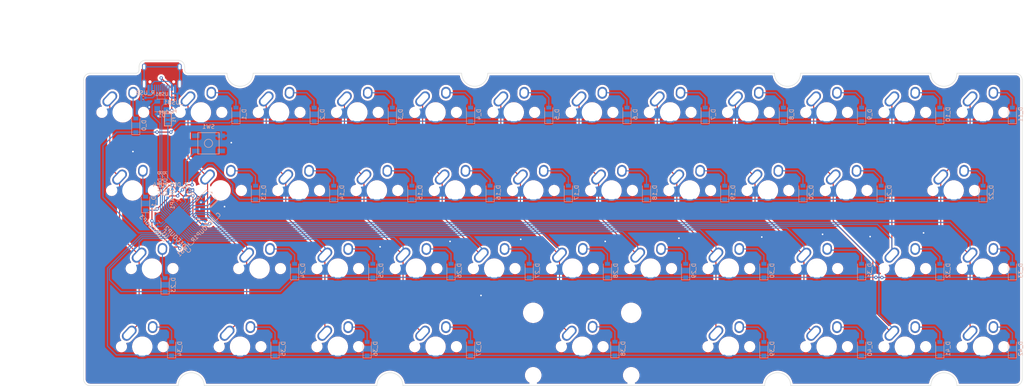
<source format=kicad_pcb>
(kicad_pcb (version 20210424) (generator pcbnew)
  (layers (0 "F.Cu" signal) (31 "B.Cu" signal) (34 "B.Paste" user) (35 "F.Paste" user) (36 "B.SilkS" user "B.Silkscreen") (37 "F.SilkS" user "F.Silkscreen") (38 "B.Mask" user) (39 "F.Mask" user) (44 "Edge.Cuts" user))
  (net 0 "")
  (net 1 "GND")
  (net 2 "VCC")
  (net 3 "col0")
  (net 4 "col1")
  (net 5 "col2")
  (net 6 "col3")
  (net 7 "col4")
  (net 8 "col5")
  (net 9 "col6")
  (net 10 "col7")
  (net 11 "col8")
  (net 12 "col9")
  (net 13 "col10")
  (net 14 "col11")
  (net 15 "+5V")
  (net 16 "row0")
  (net 17 "row1")
  (net 18 "row2")
  (net 19 "row3")
  (net 20 "Net-(C_UCAP1-Pad1)")
  (net 21 "D-")
  (net 22 "D+")
  (net 23 "Net-(R_DATA1-Pad2)")
  (net 24 "Net-(R_DATA2-Pad1)")
  (net 25 "Net-(R_HWB1-Pad1)")
  (net 26 "Net-(D_0-Pad2)")
  (net 27 "Net-(R_RST1-Pad2)")
  (net 28 "Net-(R_USB1-Pad1)")
  (net 29 "Net-(R_USB2-Pad1)")
  (net 32 "Net-(D_1-Pad2)")
  (net 37 "Net-(U1-Pad16)")
  (net 38 "Net-(D_2-Pad2)")
  (net 39 "Net-(U1-Pad17)")
  (net 42 "Net-(D_3-Pad2)")
  (net 43 "Net-(D_4-Pad2)")
  (net 44 "unconnected-(U1-Pad36)")
  (net 45 "Net-(D_5-Pad2)")
  (net 46 "Net-(D_6-Pad2)")
  (net 48 "unconnected-(USB1-Pad13)")
  (net 51 "Net-(D_7-Pad2)")
  (net 52 "Net-(D_8-Pad2)")
  (net 53 "Net-(D_9-Pad2)")
  (net 54 "Net-(D_10-Pad2)")
  (net 55 "Net-(D_11-Pad2)")
  (net 56 "Net-(D_12-Pad2)")
  (net 57 "Net-(D_13-Pad2)")
  (net 58 "Net-(D_14-Pad2)")
  (net 59 "Net-(D_15-Pad2)")
  (net 60 "Net-(D_16-Pad2)")
  (net 61 "Net-(D_17-Pad2)")
  (net 62 "Net-(D_18-Pad2)")
  (net 63 "Net-(D_19-Pad2)")
  (net 64 "Net-(D_20-Pad2)")
  (net 65 "Net-(D_21-Pad2)")
  (net 66 "Net-(D_22-Pad2)")
  (net 67 "Net-(D_23-Pad2)")
  (net 68 "Net-(D_24-Pad2)")
  (net 69 "Net-(D_25-Pad2)")
  (net 70 "Net-(D_26-Pad2)")
  (net 71 "Net-(D_27-Pad2)")
  (net 72 "Net-(D_28-Pad2)")
  (net 73 "Net-(D_29-Pad2)")
  (net 74 "Net-(D_30-Pad2)")
  (net 75 "Net-(D_31-Pad2)")
  (net 76 "Net-(D_32-Pad2)")
  (net 77 "Net-(D_33-Pad2)")
  (net 78 "Net-(D_34-Pad2)")
  (net 79 "Net-(D_35-Pad2)")
  (net 80 "Net-(D_36-Pad2)")
  (net 81 "Net-(D_37-Pad2)")
  (net 82 "Net-(D_38-Pad2)")
  (net 83 "Net-(D_39-Pad2)")
  (net 84 "Net-(D_40-Pad2)")
  (net 85 "Net-(D_41-Pad2)")
  (net 86 "Net-(D_42-Pad2)")
  (footprint "FancyHybridPrints:MX-1U-NoLED" (layer "F.Cu") (at 217.4875 60.325)
    (fp_text reference "K_21")
    (fp_text value "KEYSW")
  )
  (footprint "FancyHybridPrints:MX-1U-NoLED" (layer "F.Cu") (at 250.825 41.275)
    (fp_text reference "K_11")
    (fp_text value "KEYSW")
  )
  (footprint "FancyHybridPrints:MX-1.75U-NoLED" (layer "F.Cu") (at 48.41875 79.375)
    (fp_text reference "K_23")
    (fp_text value "KEYSW")
  )
  (footprint "FancyHybridPrints:MX-1U-NoLED" (layer "F.Cu") (at 141.2875 60.325)
    (fp_text reference "K_17")
    (fp_text value "KEYSW")
  )
  (footprint "FancyHybridPrints:MX-1U-NoLED" (layer "F.Cu") (at 250.825 79.375)
    (fp_text reference "K_33")
    (fp_text value "KEYSW")
  )
  (footprint "FancyHybridPrints:MX-1U-NoLED" (layer "F.Cu") (at 198.4375 60.325)
    (fp_text reference "K_20")
    (fp_text value "KEYSW")
  )
  (footprint "FancyHybridPrints:MX-1U-NoLED" (layer "F.Cu") (at 188.9125 98.425)
    (fp_text reference "K_39")
    (fp_text value "KEYSW")
  )
  (footprint "FancyHybridPrints:MX-1U-NoLED" (layer "F.Cu") (at 250.825 98.425)
    (fp_text reference "K_42")
    (fp_text value "KEYSW")
  )
  (footprint "FancyHybridPrints:MX-1U-NoLED" (layer "F.Cu") (at 79.375 41.275)
    (fp_text reference "K_2")
    (fp_text value "KEYSW")
  )
  (footprint "FancyHybridPrints:MX-1U-NoLED" (layer "F.Cu") (at 174.625 41.275)
    (fp_text reference "K_7")
    (fp_text value "KEYSW")
  )
  (footprint "FancyHybridPrints:MX-1U-NoLED" (layer "F.Cu") (at 117.475 41.275)
    (fp_text reference "K_4")
    (fp_text value "KEYSW")
  )
  (footprint "FancyHybridPrints:MX-1U-NoLED" (layer "F.Cu") (at 179.3875 60.325)
    (fp_text reference "K_19")
    (fp_text value "KEYSW")
  )
  (footprint "FancyHybridPrints:MX-1U-NoLED" (layer "F.Cu") (at 112.7125 79.375)
    (fp_text reference "K_26")
    (fp_text value "KEYSW")
  )
  (footprint "FancyHybridPrints:MX-1U-NoLED" (layer "F.Cu") (at 188.9125 79.375)
    (fp_text reference "K_30")
    (fp_text value "KEYSW")
  )
  (footprint "FancyHybridPrints:MX-1.75U-NoLED" (layer "F.Cu") (at 243.68125 60.325)
    (fp_text reference "K_22")
    (fp_text value "KEYSW")
  )
  (footprint "FancyHybridPrints:MX-1U-NoLED" (layer "F.Cu") (at 169.8625 79.375)
    (fp_text reference "K_29")
    (fp_text value "KEYSW")
  )
  (footprint "FancyHybridPrints:MX-1.5U-NoLED" (layer "F.Cu") (at 93.6625 98.425)
    (fp_text reference "K_36")
    (fp_text value "KEYSW")
  )
  (footprint "FancyHybridPrints:MX-1U-NoLED" (layer "F.Cu") (at 212.725 98.425)
    (fp_text reference "K_40")
    (fp_text value "KEYSW")
  )
  (footprint "FancyHybridPrints:MX-1U-NoLED" (layer "F.Cu") (at 150.8125 79.375)
    (fp_text reference "K_28")
    (fp_text value "KEYSW")
  )
  (footprint "FancyHybridPrints:MX-1U-NoLED" (layer "F.Cu") (at 193.675 41.275)
    (fp_text reference "K_8")
    (fp_text value "KEYSW")
  )
  (footprint "FancyHybridPrints:MX-1U-NoLED" (layer "F.Cu") (at 60.325 41.275)
    (fp_text reference "K_1")
    (fp_text value "KEYSW")
  )
  (footprint "FancyHybridPrints:MX-1U-NoLED" (layer "F.Cu") (at 103.1875 60.325)
    (fp_text reference "K_15")
    (fp_text value "KEYSW")
  )
  (footprint "FancyHybridPrints:MX-1U-NoLED" (layer "F.Cu") (at 231.775 79.375)
    (fp_text reference "K_32")
    (fp_text value "KEYSW")
  )
  (footprint "FancyHybridPrints:MX-1U-NoLED" (layer "F.Cu") (at 117.475 98.425)
    (fp_text reference "K_37")
    (fp_text value "KEYSW")
  )
  (footprint "FancyHybridPrints:MX-1U-NoLED" (layer "F.Cu") (at 41.275 41.275)
    (fp_text reference "K_0")
    (fp_text value "KEYSW")
  )
  (footprint "FancyHybridPrints:MX-1U-NoLED" (layer "F.Cu") (at 74.6125 79.375)
    (fp_text reference "K_24")
    (fp_text value "KEYSW")
  )
  (footprint "FancyHybridPrints:MX-1.25U-NoLED" (layer "F.Cu") (at 210.34375 79.375)
    (fp_text reference "K_31")
    (fp_text value "KEYSW")
  )
  (footprint "FancyHybridPrints:MX-1U-NoLED" (layer "F.Cu") (at 65.0875 60.325)
    (fp_text reference "K_13")
    (fp_text value "KEYSW")
  )
  (footprint "FancyHybridPrints:MX-1U-NoLED" (layer "F.Cu") (at 160.3375 60.325)
    (fp_text reference "K_18")
    (fp_text value "KEYSW")
  )
  (footprint "FancyHybridPrints:MX-1U-NoLED" (layer "F.Cu") (at 231.775 41.275)
    (fp_text reference "K_10")
    (fp_text value "KEYSW")
  )
  (footprint "FancyHybridPrints:MX-1U-NoLED" (layer "F.Cu") (at 131.7625 79.375)
    (fp_text reference "K_27")
    (fp_text value "KEYSW")
  )
  (footprint "FancyHybridPrints:MX-1U-NoLED" (layer "F.Cu") (at 136.525 41.275)
    (fp_text reference "K_5")
    (fp_text value "KEYSW")
  )
  (footprint "FancyHybridPrints:MX-1U-NoLED" (layer "F.Cu") (at 69.85 98.425)
    (fp_text reference "K_35")
    (fp_text value "KEYSW")
  )
  (footprint "FancyHybridPrints:MX-1U-NoLED" (layer "F.Cu") (at 155.575 41.275)
    (fp_text reference "K_6")
    (fp_text value "KEYSW")
  )
  (footprint "FancyHybridPrints:MX-1U-NoLED" (layer "F.Cu") (at 122.2375 60.325)
    (fp_text reference "K_16")
    (fp_text value "KEYSW")
  )
  (footprint "FancyHybridPrints:MX-1U-NoLED" (layer "F.Cu") (at 84.1375 60.325)
    (fp_text reference "K_14")
    (fp_text value "KEYSW")
  )
  (footprint "FancyHybridPrints:MX-2.75U-ReversedStabilizers-NoLED" (layer "F.Cu") (at 153.19375 98.425)
    (fp_text reference "K_38")
    (fp_text value "KEYSW")
  )
  (footprint "FancyHybridPrints:MX-1U-NoLED" (layer "F.Cu") (at 212.725 41.275)
    (fp_text reference "K_9")
    (fp_text value "KEYSW")
  )
  (footprint "FancyHybridPrints:MX-1U-NoLED" (layer "F.Cu") (at 93.6625 79.375)
    (fp_text reference "K_25")
    (fp_text value "KEYSW")
  )
  (footprint "FancyHybridPrints:MX-1.25U-NoLED" (layer "F.Cu") (at 43.65625 60.325)
    (fp_text reference "K_12")
    (fp_text value "KEYSW")
  )
  (footprint "FancyHybridPrints:MX-1.5U-NoLED" (layer "F.Cu") (at 46.0375 98.425)
    (fp_text reference "K_34")
    (fp_text value "KEYSW")
  )
  (footprint "FancyHybridPrints:MX-1U-NoLED" (layer "F.Cu") (at 231.775 98.425)
    (fp_text reference "K_41")
    (fp_text value "KEYSW")
  )
  (footprint "FancyHybridPrints:MX-1U-NoLED" (layer "F.Cu") (at 98.425 41.275)
    (fp_text reference "K_3")
    (fp_text value "KEYSW")
  )
  (footprint "Diode_SMD:D_SOD-123" (layer "B.Cu") (at 240.3 79.875 90)
    (fp_text reference "D_32")
    (fp_text value "D")
  )
  (footprint "Diode_SMD:D_SOD-123" (layer "B.Cu") (at 126 41.775 90)
    (fp_text reference "D_4")
    (fp_text value "D")
  )
  (footprint "Diode_SMD:D_SOD-123" (layer "B.Cu") (at 44.45 44.45 90)
    (fp_text reference "D_0")
    (fp_text value "D")
  )
  (footprint "Diode_SMD:D_SOD-123" (layer "B.Cu") (at 121.2375 79.875 90)
    (fp_text reference "D_26")
    (fp_text value "D")
  )
  (footprint "Diode_SMD:D_SOD-123" (layer "B.Cu") (at 221.25 98.925 90)
    (fp_text reference "D_40")
    (fp_text value "D")
  )
  (footprint "Components:SKQG-1155865" (layer "B.Cu") (at 62.16 48.83)
    (fp_text reference "SW1")
    (fp_text value "SW_Push")
  )
  (footprint "Diode_SMD:D_SOD-123" (layer "B.Cu") (at 183.15 41.775 90)
    (fp_text reference "D_7")
    (fp_text value "D")
  )
  (footprint "Diode_SMD:D_SOD-123" (layer "B.Cu") (at 257.96875 79.875 90)
    (fp_text reference "D_33")
    (fp_text value "D")
  )
  (footprint "Crystal:Resonator_SMD_Murata_CSTxExxV-3Pin_3.0x1.1mm" (layer "B.Cu") (at 62.15 62.27 135)
    (fp_text reference "Y1")
    (fp_text value "Resonator_Small")
  )
  (footprint "Resistor_SMD:R_0402_1005Metric" (layer "B.Cu") (at 51.54 58.64 -90)
    (fp_text reference "R_DATA1")
    (fp_text value "22")
  )
  (footprint "Package_TO_SOT_SMD:SOT-143" (layer "B.Cu") (at 50.79 39.59)
    (fp_text reference "D1")
    (fp_text value "PRTR5V0U2X")
  )
  (footprint "Capacitor_SMD:C_0402_1005Metric" (layer "B.Cu") (at 52.88 60.11 180)
    (fp_text reference "C_DECOUP4")
    (fp_text value "10u")
  )
  (footprint "Diode_SMD:D_SOD-123" (layer "B.Cu") (at 51.59375 83.34375 90)
    (fp_text reference "D_23")
    (fp_text value "D")
  )
  (footprint "Diode_SMD:D_SOD-123" (layer "B.Cu") (at 206.9625 60.825 90)
    (fp_text reference "D_20")
    (fp_text value "D")
  )
  (footprint "Diode_SMD:D_SOD-123" (layer "B.Cu") (at 78.375 98.925 90)
    (fp_text reference "D_35")
    (fp_text value "D")
  )
  (footprint "Diode_SMD:D_SOD-123" (layer "B.Cu") (at 100.80625 98.925 90)
    (fp_text reference "D_36")
    (fp_text value "D")
  )
  (footprint "Diode_SMD:D_SOD-123" (layer "B.Cu") (at 92.6625 60.825 90)
    (fp_text reference "D_14")
    (fp_text value "D")
  )
  (footprint "Diode_SMD:D_SOD-123" (layer "B.Cu") (at 187.9125 60.825 90)
    (fp_text reference "D_19")
    (fp_text value "D")
  )
  (footprint "Diode_SMD:D_SOD-123" (layer "B.Cu") (at 126 98.925 90)
    (fp_text reference "D_37")
    (fp_text value "D")
  )
  (footprint "Diode_SMD:D_SOD-123" (layer "B.Cu") (at 257.96875 98.925 90)
    (fp_text reference "D_42")
    (fp_text value "D")
  )
  (footprint "Diode_SMD:D_SOD-123" (layer "B.Cu") (at 250.825 60.825 90)
    (fp_text reference "D_22")
    (fp_text value "D")
  )
  (footprint "Diode_SMD:D_SOD-123" (layer "B.Cu") (at 83.1375 79.875 90)
    (fp_text reference "D_24")
    (fp_text value "D")
  )
  (footprint "Diode_SMD:D_SOD-123" (layer "B.Cu") (at 221.25 41.775 90)
    (fp_text reference "D_9")
    (fp_text value "D")
  )
  (footprint "Diode_SMD:D_SOD-123" (layer "B.Cu") (at 161.15 98.89 90)
    (fp_text reference "D_38")
    (fp_text value "D")
  )
  (footprint "Diode_SMD:D_SOD-123" (layer "B.Cu") (at 140.2875 79.875 90)
    (fp_text reference "D_27")
    (fp_text value "D")
  )
  (footprint "Resistor_SMD:R_0402_1005Metric" (layer "B.Cu") (at 50.45 58.64 90)
    (fp_text reference "R_DATA2")
    (fp_text value "22")
  )
  (footprint "Resistor_SMD:R_0402_1005Metric" (layer "B.Cu") (at 55.96 73.3 45)
    (fp_text reference "R_HWB1")
    (fp_text value "10k")
  )
  (footprint "Diode_SMD:D_SOD-123" (layer "B.Cu") (at 164.1 41.775 90)
    (fp_text reference "D_6")
    (fp_text value "D")
  )
  (footprint "Capacitor_SMD:C_0402_1005Metric" (layer "B.Cu") (at 49.47 68.76 -45)
    (fp_text reference "C_DECOUP3")
    (fp_text value ".1u")
  )
  (footprint "Diode_SMD:D_SOD-123" (layer "B.Cu") (at 202.2 41.775 90)
    (fp_text reference "D_8")
    (fp_text value "D")
  )
  (footprint "Diode_SMD:D_SOD-123" (layer "B.Cu") (at 102.1875 79.875 90)
    (fp_text reference "D_25")
    (fp_text value "D")
  )
  (footprint "Diode_SMD:D_SOD-123" (layer "B.Cu") (at 168.8625 60.825 90)
    (fp_text reference "D_18")
    (fp_text value "D")
  )
  (footprint "Diode_SMD:D_SOD-123" (layer "B.Cu") (at 68.85 41.775 90)
    (fp_text reference "D_1")
    (fp_text value "D")
  )
  (footprint "Diode_SMD:D_SOD-123" (layer "B.Cu") (at 197.4375 98.925 90)
    (fp_text reference "D_39")
    (fp_text value "D")
  )
  (footprint "Components:HRO-TYPE-C-31-M-12-Assembly" (layer "B.Cu") (at 50.8 27.5875)
    (fp_text reference "USB1")
    (fp_text value "HRO-TYPE-C-31-M-12")
  )
  (footprint "Diode_SMD:D_SOD-123" (layer "B.Cu") (at 46.83125 63.5 90)
    (fp_text reference "D_12")
    (fp_text value "D")
  )
  (footprint "Diode_SMD:D_SOD-123" (layer "B.Cu") (at 240.3 98.925 90)
    (fp_text reference "D_41")
    (fp_text value "D")
  )
  (footprint "Diode_SMD:D_SOD-123" (layer "B.Cu") (at 53.18125 98.925 90)
    (fp_text reference "D_34")
    (fp_text value "D")
  )
  (footprint "Diode_SMD:D_SOD-123" (layer "B.Cu") (at 111.7125 60.825 90)
    (fp_text reference "D_15")
    (fp_text value "D")
  )
  (footprint "Capacitor_SMD:C_0402_1005Metric" (layer "B.Cu") (at 61.04 68.19 45)
    (fp_text reference "C_DECOUP1")
    (fp_text value ".1u")
  )
  (footprint "Diode_SMD:D_SOD-123" (layer "B.Cu") (at 130.7625 60.825 90)
    (fp_text reference "D_16")
    (fp_text value "D")
  )
  (footprint "Capacitor_SMD:C_0402_1005Metric" (layer "B.Cu") (at 52.23 61.64 90)
    (fp_text reference "C_UCAP1")
    (fp_text value "1u")
  )
  (footprint "Resistor_SMD:R_0402_1005Metric" (layer "B.Cu") (at 56.98 61.77 135)
    (fp_text reference "R_RST1")
    (fp_text value "10k")
  )
  (footprint "Diode_SMD:D_SOD-123" (layer "B.Cu") (at 226.0125 60.825 90)
    (fp_text reference "D_21")
    (fp_text value "D")
  )
  (footprint "Components:Fuse_0805" (layer "B.Cu") (at 52.27 43.09 -90)
    (fp_text reference "F1")
    (fp_text value "Polyfuse")
  )
  (footprint "Diode_SMD:D_SOD-123" (layer "B.Cu") (at 178.3875 79.875 90)
    (fp_text reference "D_29")
    (fp_text value "D")
  )
  (footprint "Resistor_SMD:R_0402_1005Metric" (layer "B.Cu") (at 54.09 37.69)
    (fp_text reference "R_USB1")
    (fp_text value "5k1")
  )
  (footprint "Diode_SMD:D_SOD-123" (layer "B.Cu") (at 197.4375 79.875 90)
    (fp_text reference "D_30")
    (fp_text value "D")
  )
  (footprint "Diode_SMD:D_SOD-123" (layer "B.Cu") (at 145.05 41.775 90)
    (fp_text reference "D_5")
    (fp_text value "D")
  )
  (footprint "Diode_SMD:D_SOD-123" (layer "B.Cu") (at 106.95 41.775 90)
    (fp_text reference "D_3")
    (fp_text value "D")
  )
  (footprint "Diode_SMD:D_SOD-123" (layer "B.Cu") (at 159.3375 79.875 90)
    (fp_text reference "D_28")
    (fp_text value "D")
  )
  (footprint "Package_DFN_QFN:QFN-44-1EP_7x7mm_P0.5mm_EP5.2x5.2mm" (layer "B.Cu") (at 54.977798 67.647736 -45)
    (fp_text reference "U1")
    (fp_text value "ATmega32U4-M")
  )
  (footprint "Diode_SMD:D_SOD-123" (layer "B.Cu") (at 221.25 79.875 90)
    (fp_text reference "D_31")
    (fp_text value "D")
  )
  (footprint "Diode_SMD:D_SOD-123" (layer "B.Cu") (at 149.8125 60.825 90)
    (fp_text reference "D_17")
    (fp_text value "D")
  )
  (footprint "Diode_SMD:D_SOD-123" (layer "B.Cu") (at 73.6125 60.825 90)
    (fp_text reference "D_13")
    (fp_text value "D")
  )
  (footprint "Diode_SMD:D_SOD-123" (layer "B.Cu") (at 240.3 41.775 90)
    (fp_text reference "D_10")
    (fp_text value "D")
  )
  (footprint "Diode_SMD:D_SOD-123" (layer "B.Cu") (at 257.96875 41.775 90)
    (fp_text reference "D_11")
    (fp_text value "D")
  )
  (footprint "Diode_SMD:D_SOD-123" (layer "B.Cu") (at 87.9 41.775 90)
    (fp_text reference "D_2")
    (fp_text value "D")
  )
  (footprint "Capacitor_SMD:C_0402_1005Metric" (layer "B.Cu") (at 53.85 73.14 135)
    (fp_text reference "C_DECOUP2")
    (fp_text value ".1u")
  )
  (footprint "Resistor_SMD:R_0402_1005Metric" (layer "B.Cu") (at 46.28 37.71 180)
    (fp_text reference "R_USB2")
    (fp_text value "5k1")
  )
  (gr_line (start 45.24375 30.1625) (end 45.24375 30.95625) (layer "Edge.Cuts") (width 0.1))
  (gr_arc (start 258.7625 33.3375) (end 258.7625 31.75) (angle 90) (layer "Edge.Cuts") (width 0.1))
  (gr_line (start 260.35 33.3375) (end 260.35 106.3625) (layer "Edge.Cuts") (width 0.1))
  (gr_arc (start 33.3375 106.3625) (end 31.75 106.3625) (angle -90) (layer "Edge.Cuts") (width 0.1))
  (gr_arc (start 46.83125 30.1625) (end 46.83125 28.575) (angle -90) (layer "Edge.Cuts") (width 0.1))
  (gr_arc (start 241.3 31.75) (end 244.475 31.75) (angle 180) (layer "Edge.Cuts") (width 0.1))
  (gr_line (start 103.1875 107.95) (end 61.11875 107.95) (layer "Edge.Cuts") (width 0.1))
  (gr_line (start 197.64375 107.95) (end 109.5375 107.95) (layer "Edge.Cuts") (width 0.1))
  (gr_line (start 73.025 31.75) (end 123.825 31.75) (layer "Edge.Cuts") (width 0.1))
  (gr_arc (start 69.85 31.75) (end 73.025 31.75) (angle 180) (layer "Edge.Cuts") (width 0.1))
  (gr_arc (start 203.2 31.75) (end 206.375 31.75) (angle 180) (layer "Edge.Cuts") (width 0.1))
  (gr_arc (start 200.81875 107.95) (end 203.99375 107.95) (angle -180) (layer "Edge.Cuts") (width 0.1))
  (gr_arc (start 127 31.75) (end 130.175 31.75) (angle 180) (layer "Edge.Cuts") (width 0.1))
  (gr_arc (start 106.3625 107.95) (end 103.1875 107.95) (angle 180) (layer "Edge.Cuts") (width 0.1))
  (gr_arc (start 258.7625 106.3625) (end 260.35 106.3625) (angle 90) (layer "Edge.Cuts") (width 0.1))
  (gr_arc (start 241.3 107.95) (end 244.475 107.95) (angle -180) (layer "Edge.Cuts") (width 0.1))
  (gr_line (start 206.375 31.75) (end 238.125 31.75) (layer "Edge.Cuts") (width 0.1))
  (gr_arc (start 54.76875 30.1625) (end 54.76875 28.575) (angle 90) (layer "Edge.Cuts") (width 0.1))
  (gr_arc (start 33.3375 33.3375) (end 33.3375 31.75) (angle -90) (layer "Edge.Cuts") (width 0.1))
  (gr_line (start 258.7625 107.95) (end 244.475 107.95) (layer "Edge.Cuts") (width 0.1))
  (gr_line (start 130.175 31.75) (end 200.025 31.75) (layer "Edge.Cuts") (width 0.1))
  (gr_line (start 54.76875 107.95) (end 33.3375 107.95) (layer "Edge.Cuts") (width 0.1))
  (gr_line (start 56.35625 30.1625) (end 56.35625 30.95625) (layer "Edge.Cuts") (width 0.1))
  (gr_arc (start 44.45 30.95625) (end 45.24375 30.95625) (angle 90) (layer "Edge.Cuts") (width 0.1))
  (gr_line (start 244.475 31.75) (end 258.7625 31.75) (layer "Edge.Cuts") (width 0.1))
  (gr_line (start 238.125 107.95) (end 203.99375 107.95) (layer "Edge.Cuts") (width 0.1))
  (gr_line (start 31.75 106.3625) (end 31.75 33.3375) (layer "Edge.Cuts") (width 0.1))
  (gr_line (start 57.15 31.75) (end 66.675 31.75) (layer "Edge.Cuts") (width 0.1))
  (gr_line (start 33.3375 31.75) (end 44.45 31.75) (layer "Edge.Cuts") (width 0.1))
  (gr_arc (start 57.15 30.95625) (end 56.35625 30.95625) (angle -90) (layer "Edge.Cuts") (width 0.1))
  (gr_line (start 46.83125 28.575) (end 54.76875 28.575) (layer "Edge.Cuts") (width 0.1))
  (gr_arc (start 57.94375 107.95) (end 61.11875 107.95) (angle -180) (layer "Edge.Cuts") (width 0.1))
  (segment (start 58.29 60.517723) (end 60.33 62.557723) (width 0.25) (layer "F.Cu") (net 1))
  (segment (start 60.33 62.557723) (end 60.33 63.21) (width 0.25) (layer "F.Cu") (net 1))
  (segment (start 49.91 42.17) (end 47.7305 39.9905) (width 0.25) (layer "F.Cu") (net 1))
  (segment (start 47.7305 39.9905) (end 47.7305 39.98) (width 0.25) (layer "F.Cu") (net 1))
  (segment (start 58.29 60.29) (end 58.29 60.517723) (width 0.25) (layer "F.Cu") (net 1))
  (via (at 223.32 71.58) (size 0.8) (drill 0.4) (layers "F.Cu" "B.Cu") (net 1))
  (via (at 158.8 72.75) (size 0.8) (drill 0.4) (layers "F.Cu" "B.Cu") (net 1))
  (via (at 66.07 64.27) (size 0.8) (drill 0.4) (layers "F.Cu" "B.Cu") (net 1))
  (via (at 47.7305 39.98) (size 0.8) (drill 0.4) (layers "F.Cu" "B.Cu") (net 1))
  (via (at 138.22 72.23) (size 0.8) (drill 0.4) (layers "F.Cu" "B.Cu") (net 1))
  (via (at 58.29 60.29) (size 0.8) (drill 0.4) (layers "F.Cu" "B.Cu") (net 1))
  (via (at 128.54 85.94) (size 0.8) (drill 0.4) (layers "F.Cu" "B.Cu") (net 1))
  (via (at 211.74 71.02) (size 0.8) (drill 0.4) (layers "F.Cu" "B.Cu") (net 1))
  (via (at 176.75 71.97) (size 0.8) (drill 0.4) (layers "F.Cu" "B.Cu") (net 1))
  (via (at 236.34 70.68) (size 0.8) (drill 0.4) (layers "F.Cu" "B.Cu") (net 1))
  (via (at 59.96 64.87) (size 0.8) (drill 0.4) (layers "F.Cu" "B.Cu") (net 1))
  (via (at 196.93 71.69) (size 0.8) (drill 0.4) (layers "F.Cu" "B.Cu") (net 1))
  (via (at 121 72.75) (size 0.8) (drill 0.4) (layers "F.Cu" "B.Cu") (net 1))
  (via (at 67.72 48.67) (size 0.8) (drill 0.4) (layers "F.Cu" "B.Cu") (net 1))
  (via (at 60.33 63.21) (size 0.8) (drill 0.4) (layers "F.Cu" "B.Cu") (net 1))
  (via (at 49.91 42.17) (size 0.8) (drill 0.4) (layers "F.Cu" "B.Cu") (net 1))
  (via (at 103.96 74.08) (size 0.8) (drill 0.4) (layers "F.Cu" "B.Cu") (net 1))
  (via (at 43.76 50.84) (size 0.8) (drill 0.4) (layers "F.Cu" "B.Cu") (net 1))
  (segment (start 54.270691 67.647736) (end 54.977798 67.647736) (width 0.25) (layer "B.Cu") (net 1))
  (segment (start 61.21 63.21) (end 62.15 62.27) (width 0.25) (layer "B.Cu") (net 1))
  (segment (start 52.149371 67.647736) (end 54.977798 67.647736) (width 0.25) (layer "B.Cu") (net 1))
  (segment (start 58.64092 67.81) (end 58.67 67.81) (width 0.25) (layer "B.Cu") (net 1))
  (segment (start 57.41 63.81) (end 59.3 61.92) (width 0.25) (layer "B.Cu") (net 1))
  (segment (start 56.63934 64.58066) (end 57.09 64.13) (width 0.25) (layer "B.Cu") (net 1))
  (segment (start 49.69 40.36) (end 49.69 41.95) (width 0.25) (layer "B.Cu") (net 1))
  (segment (start 59.3 61.92) (end 59.3 61.65) (width 0.25) (layer "B.Cu") (net 1))
  (segment (start 47.7305 39.98) (end 47.7305 39.6705) (width 0.25) (layer "B.Cu") (net 1))
  (segment (start 54.450579 69.012027) (end 54.032043 68.593491) (width 0.25) (layer "B.Cu") (net 1))
  (segment (start 59.105534 68.239938) (end 59.099938 68.239938) (width 0.25) (layer "B.Cu") (net 1))
  (segment (start 56.63066 64.58066) (end 54.977798 66.233522) (width 0.25) (layer "B.Cu") (net 1))
  (segment (start 59.714086 67.631386) (end 61.160208 67.631386) (width 0.25) (layer "B.Cu") (net 1))
  (segment (start 52.264276 65.641321) (end 51.45 64.827045) (width 0.25) (layer "B.Cu") (net 1))
  (segment (start 58.478656 67.647736) (end 58.64092 67.81) (width 0.25) (layer "B.Cu") (net 1))
  (segment (start 51.45 64.827045) (end 51.45 61.63) (width 0.25) (layer "B.Cu") (net 1))
  (segment (start 61.160208 67.631386) (end 61.379411 67.850589) (width 0.25) (layer "B.Cu") (net 1))
  (segment (start 54.450579 71.003382) (end 54.450579 69.012027) (width 0.25) (layer "B.Cu") (net 1))
  (segment (start 51.92 61.16) (end 52.23 61.16) (width 0.25) (layer "B.Cu") (net 1))
  (segment (start 58.78 60.93) (end 58.29 60.44) (width 0.25) (layer "B.Cu") (net 1))
  (segment (start 54.977798 67.647736) (end 58.478656 67.647736) (width 0.25) (layer "B.Cu") (net 1))
  (segment (start 59.099938 68.239938) (end 58.67 67.81) (width 0.25) (layer "B.Cu") (net 1))
  (segment (start 60.33 63.21) (end 61.21 63.21) (width 0.25) (layer "B.Cu") (net 1))
  (segment (start 50.700589 69.099411) (end 49.809411 69.099411) (width 0.25) (layer "B.Cu") (net 1))
  (segment (start 54.028082 71.421918) (end 53.510589 71.939411) (width 0.25) (layer "B.Cu") (net 1))
  (segment (start 54.032043 71.421918) (end 54.450579 71.003382) (width 0.25) (layer "B.Cu") (net 1))
  (segment (start 51.203616 68.596384) (end 50.700589 69.099411) (width 0.25) (layer "B.Cu") (net 1))
  (segment (start 59.3 61.65) (end 59.3 61.45) (width 0.25) (layer "B.Cu") (net 1))
  (segment (start 51.45 61.63) (end 51.92 61.16) (width 0.25) (layer "B.Cu") (net 1))
  (segment (start 53.510589 71.939411) (end 53.510589 72.800589) (width 0.25) (layer "B.Cu") (net 1))
  (segment (start 57.09 64.13) (end 57.41 63.81) (width 0.25) (layer "B.Cu") (net 1))
  (segment (start 54.032043 71.421918) (end 54.028082 71.421918) (width 0.25) (layer "B.Cu") (net 1))
  (segment (start 47.7305 39.6705) (end 45.77 37.71) (width 0.25) (layer "B.Cu") (net 1))
  (segment (start 49.69 41.95) (end 49.91 42.17) (width 0.25) (layer "B.Cu") (net 1))
  (segment (start 51.203616 68.593491) (end 52.149371 67.647736) (width 0.25) (layer "B.Cu") (net 1))
  (segment (start 51.203616 68.593491) (end 51.203616 68.596384) (width 0.25) (layer "B.Cu") (net 1))
  (segment (start 56.63066 64.58066) (end 56.63934 64.58066) (width 0.25) (layer "B.Cu") (net 1))
  (segment (start 58.29 60.44) (end 58.29 60.29) (width 0.25) (layer "B.Cu") (net 1))
  (segment (start 59.3 61.45) (end 58.78 60.93) (width 0.25) (layer "B.Cu") (net 1))
  (segment (start 52.264276 65.641321) (end 54.270691 67.647736) (width 0.25) (layer "B.Cu") (net 1))
  (segment (start 54.977798 66.233522) (end 54.977798 67.647736) (width 0.25) (layer "B.Cu") (net 1))
  (segment (start 59.105534 68.239938) (end 59.714086 67.631386) (width 0.25) (layer "B.Cu") (net 1))
  (segment (start 53.21 35.46) (end 53.21 40.77) (width 0.25) (layer "F.Cu") (net 2))
  (segment (start 50.64 32.89) (end 53.21 35.46) (width 0.25) (layer "F.Cu") (net 2))
  (via (at 50.64 32.89) (size 0.8) (drill 0.4) (layers "F.Cu" "B.Cu") (net 2))
  (via (at 53.21 40.77) (size 0.8) (drill 0.4) (layers "F.Cu" "B.Cu") (net 2))
  (segment (start 48.35 34.36) (end 48.35 35.2825) (width 0.25) (layer "B.Cu") (net 2))
  (segment (start 51.89 41.76) (end 52.27 42.14) (width 0.25) (layer "B.Cu") (net 2))
  (segment (start 50.73 33.72) (end 50.73 32.98) (width 0.25) (layer "B.Cu") (net 2))
  (segment (start 48.99 33.72) (end 48.35 34.36) (width 0.25) (layer "B.Cu") (net 2))
  (segment (start 50.73 33.72) (end 48.99 33.72) (width 0.25) (layer "B.Cu") (net 2))
  (segment (start 53.21 40.77) (end 52.12 40.77) (width 0.25) (layer "B.Cu") (net 2))
  (segment (start 50.73 32.98) (end 50.64 32.89) (width 0.25) (layer "B.Cu") (net 2))
  (segment (start 51.89 40.54) (end 51.89 41.76) (width 0.25) (layer "B.Cu") (net 2))
  (segment (start 53.25 34.44) (end 52.53 33.72) (width 0.25) (layer "B.Cu") (net 2))
  (segment (start 53.25 35.2825) (end 53.25 34.44) (width 0.25) (layer "B.Cu") (net 2))
  (segment (start 52.53 33.72) (end 50.73 33.72) (width 0.25) (layer "B.Cu") (net 2))
  (segment (start 52.12 40.77) (end 51.89 40.54) (width 0.25) (layer "B.Cu") (net 2))
  (segment (start 38.125 54.69375) (end 40.50625 57.075) (width 0.25) (layer "F.Cu") (net 3))
  (segment (start 45.26875 92.74375) (end 42.8625 95.15) (width 0.25) (layer "F.Cu") (net 3))
  (segment (start 45.26875 76.1) (end 45.26875 92.74375) (width 0.25) (layer "F.Cu") (net 3))
  (segment (start 40.50625 71.3375) (end 45.26875 76.1) (width 0.25) (layer "F.Cu") (net 3))
  (segment (start 40.50625 57.075) (end 40.50625 71.3375) (width 0.25) (layer "F.Cu") (net 3))
  (segment (start 38.125 38) (end 38.125 54.69375) (width 0.25) (layer "F.Cu") (net 3))
  (segment (start 45.26875 72.92125) (end 46.16 72.03) (width 0.25) (layer "B.Cu") (net 3))
  (segment (start 53.324936 70.715064) (end 53.324936 70.714812) (width 0.25) (layer "B.Cu") (net 3))
  (segment (start 46.16 72.03) (end 52.01 72.03) (width 0.25) (layer "B.Cu") (net 3))
  (segment (start 45.26875 76.1) (end 45.26875 72.92125) (width 0.25) (layer "B.Cu") (net 3))
  (segment (start 52.01 72.03) (end 53.324936 70.715064) (width 0.25) (layer "B.Cu") (net 3))
  (segment (start 61.9375 66.575) (end 71.4625 76.1) (width 0.25) (layer "F.Cu") (net 4))
  (segment (start 71.4625 90.3875) (end 66.7 95.15) (width 0.25) (layer "F.Cu") (net 4))
  (segment (start 57.175 38) (end 57.175 52.2875) (width 0.25) (layer "F.Cu") (net 4))
  (segment (start 57.175 52.2875) (end 61.9375 57.05) (width 0.25) (layer "F.Cu") (net 4))
  (segment (start 61.9375 57.05) (end 61.9375 66.575) (width 0.25) (layer "F.Cu") (net 4))
  (segment (start 71.4625 76.1) (end 71.4625 90.3875) (width 0.25) (layer "F.Cu") (net 4))
  (segment (start 57.16 72.65) (end 69.98 72.65) (width 0.25) (layer "B.Cu") (net 4))
  (segment (start 55.931918 71.421918) (end 57.16 72.65) (width 0.25) (layer "B.Cu") (net 4))
  (segment (start 55.923553 71.423553) (end 56.3 71.8) (width 0.25) (layer "B.Cu") (net 4))
  (segment (start 69.98 72.65) (end 71.4625 74.1325) (width 0.25) (layer "B.Cu") (net 4))
  (segment (start 55.923553 71.421918) (end 55.931918 71.421918) (width 0.25) (layer "B.Cu") (net 4))
  (segment (start 71.4625 74.1325) (end 71.4625 76.1) (width 0.25) (layer "B.Cu") (net 4))
  (segment (start 55.923553 71.421918) (end 55.923553 71.423553) (width 0.25) (layer "B.Cu") (net 4))
  (segment (start 76.225 52.2875) (end 80.9875 57.05) (width 0.25) (layer "F.Cu") (net 5))
  (segment (start 90.5125 95.125) (end 90.4875 95.15) (width 0.25) (layer "F.Cu") (net 5))
  (segment (start 90.5125 76.1) (end 90.5125 95.125) (width 0.25) (layer "F.Cu") (net 5))
  (segment (start 76.225 38) (end 76.225 52.2875) (width 0.25) (layer "F.Cu") (net 5))
  (segment (start 80.9875 57.05) (end 80.9875 66.575) (width 0.25) (layer "F.Cu") (net 5))
  (segment (start 80.9875 66.575) (end 90.5125 76.1) (width 0.25) (layer "F.Cu") (net 5))
  (segment (start 56.278365 71.068365) (end 57.41 72.2) (width 0.25) (layer "B.Cu") (net 5))
  (segment (start 88.49 72.2) (end 90.5125 74.2225) (width 0.25) (layer "B.Cu") (net 5))
  (segment (start 56.277107 71.068365) (end 56.278365 71.068365) (width 0.25) (layer "B.Cu") (net 5))
  (segment (start 57.41 72.2) (end 88.49 72.2) (width 0.25) (layer "B.Cu") (net 5))
  (segment (start 90.5125 74.2225) (end 90.5125 76.1) (width 0.25) (layer "B.Cu") (net 5))
  (segment (start 95.275 38) (end 95.275 52.2875) (width 0.25) (layer "F.Cu") (net 6))
  (segment (start 95.275 52.2875) (end 100.0375 57.05) (width 0.25) (layer "F.Cu") (net 6))
  (segment (start 109.5625 76.1) (end 109.5625 90.3875) (width 0.25) (layer "F.Cu") (net 6))
  (segment (start 100.0375 66.575) (end 109.5625 76.1) (width 0.25) (layer "F.Cu") (net 6))
  (segment (start 100.0375 57.05) (end 100.0375 66.575) (width 0.25) (layer "F.Cu") (net 6))
  (segment (start 109.5625 90.3875) (end 114.325 95.15) (width 0.25) (layer "F.Cu") (net 6))
  (segment (start 107.35 71.75) (end 109.5625 73.9625) (width 0.25) (layer "B.Cu") (net 6))
  (segment (start 109.5625 73.9625) (end 109.5625 76.1) (width 0.25) (layer "B.Cu") (net 6))
  (segment (start 56.63066 70.714812) (end 56.63066 70.72066) (width 0.25) (layer "B.Cu") (net 6))
  (segment (start 57.66 71.75) (end 107.35 71.75) (width 0.25) (layer "B.Cu") (net 6))
  (segment (start 56.63066 70.72066) (end 57.66 71.75) (width 0.25) (layer "B.Cu") (net 6))
  (segment (start 119.0875 66.575) (end 128.6125 76.1) (width 0.25) (layer "F.Cu") (net 7))
  (segment (start 114.325 52.2875) (end 119.0875 57.05) (width 0.25) (layer "F.Cu") (net 7))
  (segment (start 119.0875 57.05) (end 119.0875 66.575) (width 0.25) (layer "F.Cu") (net 7))
  (segment (start 114.325 38) (end 114.325 52.2875) (width 0.25) (layer "F.Cu") (net 7))
  (segment (start 125.63 71.3) (end 128.6125 74.2825) (width 0.25) (layer "B.Cu") (net 7))
  (segment (start 56.984213 70.364213) (end 57.92 71.3) (width 0.25) (layer "B.Cu") (net 7))
  (segment (start 56.984213 70.361258) (end 56.984213 70.364213) (width 0.25) (layer "B.Cu") (net 7))
  (segment (start 128.6125 74.2825) (end 128.6125 76.1) (width 0.25) (layer "B.Cu") (net 7))
  (segment (start 57.92 71.3) (end 125.63 71.3) (width 0.25) (layer "B.Cu") (net 7))
  (segment (start 138.1375 57.05) (end 138.1375 66.575) (width 0.25) (layer "F.Cu") (net 8))
  (segment (start 138.1375 66.575) (end 147.6625 76.1) (width 0.25) (layer "F.Cu") (net 8))
  (segment (start 133.375 38) (end 133.375 52.2875) (width 0.25) (layer "F.Cu") (net 8))
  (segment (start 147.6625 76.1) (end 147.6625 92.76875) (width 0.25) (layer "F.Cu") (net 8))
  (segment (start 147.6625 92.76875) (end 150.04375 95.15) (width 0.25) (layer "F.Cu") (net 8))
  (segment (start 133.375 52.2875) (end 138.1375 57.05) (width 0.25) (layer "F.Cu") (net 8))
  (segment (start 57.337767 70.007767) (end 58.18 70.85) (width 0.25) (layer "B.Cu") (net 8))
  (segment (start 58.18 70.85) (end 143.83 70.85) (width 0.25) (layer "B.Cu") (net 8))
  (segment (start 143.83 70.85) (end 147.6625 74.6825) (width 0.25) (layer "B.Cu") (net 8))
  (segment (start 57.337767 70.007705) (end 57.337767 70.007767) (width 0.25) (layer "B.Cu") (net 8))
  (segment (start 147.6625 74.6825) (end 147.6625 76.1) (width 0.25) (layer "B.Cu") (net 8))
  (segment (start 157.1875 66.575) (end 166.7125 76.1) (width 0.25) (layer "F.Cu") (net 9))
  (segment (start 157.1875 57.05) (end 157.1875 66.575) (width 0.25) (layer "F.Cu") (net 9))
  (segment (start 152.425 38) (end 152.425 52.2875) (width 0.25) (layer "F.Cu") (net 9))
  (segment (start 152.425 52.2875) (end 157.1875 57.05) (width 0.25) (layer "F.Cu") (net 9))
  (segment (start 166.7125 74.0625) (end 166.7125 76.1) (width 0.25) (layer "B.Cu") (net 9))
  (segment (start 163.05 70.4) (end 166.7125 74.0625) (width 0.25) (layer "B.Cu") (net 9))
  (segment (start 57.69132 69.66132) (end 58.43 70.4) (width 0.25) (layer "B.Cu") (net 9))
  (segment (start 58.43 70.4) (end 163.05 70.4) (width 0.25) (layer "B.Cu") (net 9))
  (segment (start 57.69132 69.654151) (end 57.69132 69.66132) (width 0.25) (layer "B.Cu") (net 9))
  (segment (start 185.7625 76.1) (end 185.7625 95.15) (width 0.25) (layer "F.Cu") (net 10))
  (segment (start 171.475 52.2875) (end 176.2375 57.05) (width 0.25) (layer "F.Cu") (net 10))
  (segment (start 176.2375 66.575) (end 185.7625 76.1) (width 0.25) (layer "F.Cu") (net 10))
  (segment (start 171.475 38) (end 171.475 52.2875) (width 0.25) (layer "F.Cu") (net 10))
  (segment (start 176.2375 57.05) (end 176.2375 66.575) (width 0.25) (layer "F.Cu") (net 10))
  (segment (start 185.7625 73.8125) (end 185.7625 76.1) (width 0.25) (layer "B.Cu") (net 10))
  (segment (start 58.69048 69.95048) (end 181.90048 69.95048) (width 0.25) (layer "B.Cu") (net 10))
  (segment (start 58.044874 69.304874) (end 58.69048 69.95048) (width 0.25) (layer "B.Cu") (net 10))
  (segment (start 58.044874 69.300598) (end 58.044874 69.304874) (width 0.25) (layer "B.Cu") (net 10))
  (segment (start 181.90048 69.95048) (end 185.7625 73.8125) (width 0.25) (layer "B.Cu") (net 10))
  (segment (start 207.19375 92.76875) (end 209.575 95.15) (width 0.25) (layer "F.Cu") (net 11))
  (segment (start 190.525 52.2875) (end 195.2875 57.05) (width 0.25) (layer "F.Cu") (net 11))
  (segment (start 195.2875 64.21875) (end 207.19375 76.125) (width 0.25) (layer "F.Cu") (net 11))
  (segment (start 190.525 38) (end 190.525 52.2875) (width 0.25) (layer "F.Cu") (net 11))
  (segment (start 207.19375 76.125) (end 207.19375 92.76875) (width 0.25) (layer "F.Cu") (net 11))
  (segment (start 195.2875 57.05) (end 195.2875 64.21875) (width 0.25) (layer "F.Cu") (net 11))
  (segment (start 58.398427 68.947045) (end 58.398427 68.948427) (width 0.25) (layer "B.Cu") (net 11))
  (segment (start 58.398427 68.948427) (end 58.95 69.5) (width 0.25) (layer "B.Cu") (net 11))
  (segment (start 203.02 69.5) (end 207.19375 73.67375) (width 0.25) (layer "B.Cu") (net 11))
  (segment (start 207.19375 73.67375) (end 207.19375 76.125) (width 0.25) (layer "B.Cu") (net 11))
  (segment (start 58.95 69.5) (end 203.02 69.5) (width 0.25) (layer "B.Cu") (net 11))
  (segment (start 223.99 90.47) (end 228.625 95.105) (width 0.25) (layer "F.Cu") (net 12))
  (segment (start 214.3375 67.7175) (end 223.99 77.37) (width 0.25) (layer "F.Cu") (net 12))
  (segment (start 214.3375 57.05) (end 214.3375 67.7175) (width 0.25) (layer "F.Cu") (net 12))
  (segment (start 209.575 38) (end 209.575 52.2875) (width 0.25) (layer "F.Cu") (net 12))
  (segment (start 228.625 95.105) (end 228.625 95.15) (width 0.25) (layer "F.Cu") (net 12))
  (segment (start 209.575 52.2875) (end 214.3375 57.05) (width 0.25) (layer "F.Cu") (net 12))
  (segment (start 223.99 77.37) (end 223.99 90.47) (width 0.25) (layer "F.Cu") (net 12))
  (segment (start 59.105534 67.055534) (end 62.395534 67.055534) (width 0.25) (layer "B.Cu") (net 12))
  (segment (start 62.395534 67.055534) (end 64.38 69.04) (width 0.25) (layer "B.Cu") (net 12))
  (segment (start 64.38 69.04) (end 215.57 69.04) (width 0.25) (layer "B.Cu") (net 12))
  (segment (start 228.625 93.725) (end 228.625 95.15) (width 0.25) (layer "B.Cu") (net 12))
  (segment (start 215.57 69.04) (end 225.47 78.94) (width 0.25) (layer "B.Cu") (net 12))
  (segment (start 225.47 78.94) (end 225.47 90.57) (width 0.25) (layer "B.Cu") (net 12))
  (segment (start 225.47 90.57) (end 228.625 93.725) (width 0.25) (layer "B.Cu") (net 12))
  (segment (start 228.625 38) (end 228.625 76.1) (width 0.25) (layer "F.Cu") (net 13))
  (segment (start 64.57048 68.59048) (end 225.09048 68.59048) (width 0.25) (layer "B.Cu") (net 13))
  (segment (start 59.26 66.19) (end 62.17 66.19) (width 0.25) (layer "B.Cu") (net 13))
  (segment (start 225.09048 68.59048) (end 228.625 72.125) (width 0.25) (layer "B.Cu") (net 13))
  (segment (start 62.17 66.19) (end 64.57048 68.59048) (width 0.25) (layer "B.Cu") (net 13))
  (segment (start 228.625 72.125) (end 228.625 76.1) (width 0.25) (layer "B.Cu") (net 13))
  (segment (start 58.75198 66.701981) (end 58.75198 66.69802) (width 0.25) (layer "B.Cu") (net 13))
  (segment (start 58.75198 66.69802) (end 59.26 66.19) (width 0.25) (layer "B.Cu") (net 13))
  (segment (start 247.675 38) (end 247.675 49.90625) (width 0.25) (layer "F.Cu") (net 14))
  (segment (start 247.675 76.1) (end 247.675 95.15) (width 0.25) (layer "F.Cu") (net 14))
  (segment (start 240.53125 68.95625) (end 247.675 76.1) (width 0.25) (layer "F.Cu") (net 14))
  (segment (start 247.675 49.90625) (end 240.53125 57.05) (width 0.25) (layer "F.Cu") (net 14))
  (segment (start 240.53125 57.05) (end 240.53125 68.95625) (width 0.25) (layer "F.Cu") (net 14))
  (segment (start 62.36 65.73) (end 64.76 68.13) (width 0.25) (layer "B.Cu") (net 14))
  (segment (start 242.82 68.13) (end 247.675 72.985) (width 0.25) (layer "B.Cu") (net 14))
  (segment (start 247.675 72.985) (end 247.675 76.1) (width 0.25) (layer "B.Cu") (net 14))
  (segment (start 64.76 68.13) (end 242.82 68.13) (width 0.25) (layer "B.Cu") (net 14))
  (segment (start 58.398427 66.348427) (end 58.398427 66.341573) (width 0.25) (layer "B.Cu") (net 14))
  (segment (start 58.398427 66.341573) (end 59.01 65.73) (width 0.25) (layer "B.Cu") (net 14))
  (segment (start 59.01 65.73) (end 62.36 65.73) (width 0.25) (layer "B.Cu") (net 14))
  (segment (start 48.39 67.74) (end 48.39 69.12) (width 0.25) (layer "F.Cu") (net 15))
  (segment (start 55.9 61.66) (end 53.34 59.1) (width 0.25) (layer "F.Cu") (net 15))
  (segment (start 48.39 63.29) (end 48.39 67.74) (width 0.25) (layer "F.Cu") (net 15))
  (segment (start 58.36 61.66) (end 55.9 61.66) (width 0.25) (layer "F.Cu") (net 15))
  (segment (start 60.34 68.45) (end 58.46 66.57) (width 0.25) (layer "F.Cu") (net 15))
  (segment (start 48.39 69.12) (end 53.39 74.12) (width 0.25) (layer "F.Cu") (net 15))
  (segment (start 58.36 66.47) (end 58.46 66.57) (width 0.25) (layer "F.Cu") (net 15))
  (segment (start 58.36 61.66) (end 58.36 66.47) (width 0.25) (layer "F.Cu") (net 15))
  (segment (start 55.171631 74.459323) (end 54.832308 74.12) (width 0.25) (layer "F.Cu") (net 15))
  (segment (start 52.58 59.1) (end 49.34 62.34) (width 0.25) (layer "F.Cu") (net 15))
  (segment (start 54.832308 74.12) (end 53.39 74.12) (width 0.25) (layer "F.Cu") (net 15))
  (segment (start 49.34 62.34) (end 48.39 63.29) (width 0.25) (layer "F.Cu") (net 15))
  (segment (start 53.34 59.1) (end 52.58 59.1) (width 0.25) (layer "F.Cu") (net 15))
  (segment (start 58.46 66.57) (end 59.03 67.14) (width 0.25) (layer "F.Cu") (net 15))
  (segment (start 62.45 68.45) (end 60.34 68.45) (width 0.25) (layer "F.Cu") (net 15))
  (via (at 58.36 61.66) (size 0.8) (drill 0.4) (layers "F.Cu" "B.Cu") (net 15))
  (via (at 48.39 67.74) (size 0.8) (drill 0.4) (layers "F.Cu" "B.Cu") (net 15))
  (via (at 62.45 68.45) (size 0.8) (drill 0.4) (layers "F.Cu" "B.Cu") (net 15))
  (via (at 53.34 59.1) (size 0.8) (drill 0.4) (layers "F.Cu" "B.Cu") (net 15))
  (via (at 55.171631 74.459323) (size 0.8) (drill 0.4) (layers "F.Cu" "B.Cu") (net 15))
  (segment (start 60.17952 69.05048) (end 60.700589 68.529411) (width 0.25) (layer "B.Cu") (net 15))
  (segment (start 49.76 66.05) (end 49.130589 66.679411) (width 0.25) (layer "B.Cu") (net 15))
  (segment (start 59.21048 69.05048) (end 60.17952 69.05048) (width 0.25) (layer "B.Cu") (net 15))
  (segment (start 50.56 66.05) (end 49.76 66.05) (width 0.25) (layer "B.Cu") (net 15))
  (segment (start 56.282893 64.227107) (end 57.340624 63.169376) (width 0.25) (layer "B.Cu") (net 15))
  (segment (start 52.971383 64.931383) (end 52.41 64.37) (width 0.25) (layer "B.Cu") (net 15))
  (segment (start 52.27 44.04) (end 52.27 57.16) (width 0.25) (layer "B.Cu") (net 15))
  (segment (start 58.753491 68.593491) (end 59.21048 69.05048) (width 0.25) (layer "B.Cu") (net 15))
  (segment (start 52.41 63.21) (end 53.36 62.26) (width 0.25) (layer "B.Cu") (net 15))
  (segment (start 48.45 67.74) (end 49.130589 68.420589) (width 0.25) (layer "B.Cu") (net 15))
  (segment (start 52.27 57.16) (end 53.34 58.23) (width 0.25) (layer "B.Cu") (net 15))
  (segment (start 54.191719 73.479411) (end 55.171631 74.459323) (width 0.25) (layer "B.Cu") (net 15))
  (segment (start 52.971383 64.934214) (end 52.971383 64.931383) (width 0.25) (layer "B.Cu") (net 15))
  (segment (start 60.95 68.77) (end 62.13 68.77) (width 0.25) (layer "B.Cu") (net 15))
  (segment (start 53.36 62.26) (end 53.36 60.11) (width 0.25) (layer "B.Cu") (net 15))
  (segment (start 60.700589 68.529411) (end 60.941178 68.77) (width 0.25) (layer "B.Cu") (net 15))
  (segment (start 54.189411 73.479411) (end 54.191719 73.479411) (width 0.25) (layer "B.Cu") (net 15))
  (segment (start 48.39 67.74) (end 48.45 67.74) (width 0.25) (layer "B.Cu") (net 15))
  (segment (start 62.13 68.77) (end 62.45 68.45) (width 0.25) (layer "B.Cu") (net 15))
  (segment (start 49.130589 66.679411) (end 49.130589 68.420589) (width 0.25) (layer "B.Cu") (net 15))
  (segment (start 56.277107 64.227107) (end 56.282893 64.227107) (width 0.25) (layer "B.Cu") (net 15))
  (segment (start 57.340624 63.169376) (end 57.340624 62.130624) (width 0.25) (layer "B.Cu") (net 15))
  (segment (start 54.385596 71.775472) (end 54.385596 73.283226) (width 0.25) (layer "B.Cu") (net 15))
  (segment (start 52.41 64.37) (end 52.41 63.21) (width 0.25) (layer "B.Cu") (net 15))
  (segment (start 57.811248 61.66) (end 57.340624 62.130624) (width 0.25) (layer "B.Cu") (net 15))
  (segment (start 53.34 60.09) (end 53.36 60.11) (width 0.25) (layer "B.Cu") (net 15))
  (segment (start 53.34 58.23) (end 53.34 59.1) (width 0.25) (layer "B.Cu") (net 15))
  (segment (start 53.34 59.1) (end 53.34 60.09) (width 0.25) (layer "B.Cu") (net 15))
  (segment (start 54.385596 73.283226) (end 54.189411 73.479411) (width 0.25) (layer "B.Cu") (net 15))
  (segment (start 51.203616 66.701981) (end 51.203616 66.693616) (width 0.25) (layer "B.Cu") (net 15))
  (segment (start 50.850062 68.239938) (end 49.31124 68.239938) (width 0.25) (layer "B.Cu") (net 15))
  (segment (start 58.36 61.66) (end 57.811248 61.66) (width 0.25) (layer "B.Cu") (net 15))
  (segment (start 49.31124 68.239938) (end 49.130589 68.420589) (width 0.25) (layer "B.Cu") (net 15))
  (segment (start 58.75198 68.593491) (end 58.753491 68.593491) (width 0.25) (layer "B.Cu") (net 15))
  (segment (start 60.941178 68.77) (end 60.95 68.77) (width 0.25) (layer "B.Cu") (net 15))
  (segment (start 51.203616 66.693616) (end 50.56 66.05) (width 0.25) (layer "B.Cu") (net 15))
  (segment (start 49.6405 46.1) (end 52.9845 46.1) (width 0.25) (layer "F.Cu") (net 16))
  (segment (start 52.9845 46.1) (end 52.9945 46.11) (width 0.25) (layer "F.Cu") (net 16))
  (via (at 49.6405 46.1) (size 0.8) (drill 0.4) (layers "F.Cu" "B.Cu") (net 16))
  (via (at 52.9945 46.11) (size 0.8) (drill 0.4) (layers "F.Cu" "B.Cu") (net 16))
  (segment (start 212.01 43.6) (end 211.835 43.425) (width 0.25) (layer "B.Cu") (net 16))
  (segment (start 231.06 43.6) (end 232.49 43.6) (width 0.25) (layer "B.Cu") (net 16))
  (segment (start 156.535 43.425) (end 164.1 43.425) (width 0.25) (layer "B.Cu") (net 16))
  (segment (start 194.565 43.425) (end 202.2 43.425) (width 0.25) (layer "B.Cu") (net 16))
  (segment (start 36.46 49.45) (end 36.46 62.01) (width 0.25) (layer "B.Cu") (net 16))
  (segment (start 192.96 43.61) (end 194.38 43.61) (width 0.25) (layer "B.Cu") (net 16))
  (segment (start 221.25 43.425) (end 213.625 43.425) (width 0.25) (layer "B.Cu") (net 16))
  (segment (start 154.675 43.425) (end 154.85 43.6) (width 0.25) (layer "B.Cu") (net 16))
  (segment (start 80.21 43.61) (end 80.395 43.425) (width 0.25) (layer "B.Cu") (net 16))
  (segment (start 106.95 43.425) (end 116.575 43.425) (width 0.25) (layer "B.Cu") (net 16))
  (segment (start 232.665 43.425) (end 240.3 43.425) (width 0.25) (layer "B.Cu") (net 16))
  (segment (start 221.25 43.425) (end 230.885 43.425) (width 0.25) (layer "B.Cu") (net 16))
  (segment (start 44.45 46.1) (end 49.6405 46.1) (width 0.25) (layer "B.Cu") (net 16))
  (segment (start 78.475 43.425) (end 78.66 43.61) (width 0.25) (layer "B.Cu") (net 16))
  (segment (start 230.885 43.425) (end 231.06 43.6) (width 0.25) (layer "B.Cu") (net 16))
  (segment (start 213.45 43.6) (end 212.01 43.6) (width 0.25) (layer "B.Cu") (net 16))
  (segment (start 126 43.425) (end 135.625 43.425) (width 0.25) (layer "B.Cu") (net 16))
  (segment (start 156.36 43.6) (end 156.535 43.425) (width 0.25) (layer "B.Cu") (net 16))
  (segment (start 213.625 43.425) (end 213.45 43.6) (width 0.25) (layer "B.Cu") (net 16))
  (segment (start 251.52 43.6) (end 251.695 43.425) (width 0.25) (layer "B.Cu") (net 16))
  (segment (start 97.69 43.59) (end 99.04 43.59) (width 0.25) (layer "B.Cu") (net 16))
  (segment (start 67.725 43.425) (end 68.85 43.425) (width 0.25) (layer "B.Cu") (net 16))
  (segment (start 118.265 43.425) (end 126 43.425) (width 0.25) (layer "B.Cu") (net 16))
  (segment (start 251.695 43.425) (end 257.96875 43.425) (width 0.25) (layer "B.Cu") (net 16))
  (segment (start 194.38 43.61) (end 194.565 43.425) (width 0.25) (layer "B.Cu") (net 16))
  (segment (start 173.745 43.425) (end 173.92 43.6) (width 0.25) (layer "B.Cu") (net 16))
  (segment (start 55.2645 43.84) (end 67.31 43.84) (width 0.25) (layer "B.Cu") (net 16))
  (segment (start 145.05 43.425) (end 154.675 43.425) (width 0.25) (layer "B.Cu") (net 16))
  (segment (start 68.85 43.425) (end 78.475 43.425) (width 0.25) (layer "B.Cu") (net 16))
  (segment (start 39.81 46.1) (end 39.64 46.27) (width 0.25) (layer "B.Cu") (net 16))
  (segment (start 45.12 70.67) (end 51.25 70.67) (width 0.25) (layer "B.Cu") (net 16))
  (segment (start 116.75 43.6) (end 118.09 43.6) (width 0.25) (layer "B.Cu") (net 16))
  (segment (start 183.15 43.425) (end 192.775 43.425) (width 0.25) (layer "B.Cu") (net 16))
  (segment (start 52.264276 69.655724) (end 52.264276 69.654151) (width 0.25) (layer "B.Cu") (net 16))
  (segment (start 51.25 70.67) (end 52.264276 69.655724) (width 0.25) (layer "B.Cu") (net 16))
  (segment (start 137.22 43.6) (end 137.395 43.425) (width 0.25) (layer "B.Cu") (net 16))
  (segment (start 232.49 43.6) (end 232.665 43.425) (width 0.25) (layer "B.Cu") (net 16))
  (segment (start 39.81 46.1) (end 36.46 49.45) (width 0.25) (layer "B.Cu") (net 16))
  (segment (start 99.04 43.59) (end 99.205 43.425) (width 0.25) (layer "B.Cu") (net 16))
  (segment (start 192.775 43.425) (end 192.96 43.61) (width 0.25) (layer "B.Cu") (net 16))
  (segment (start 118.09 43.6) (end 118.265 43.425) (width 0.25) (layer "B.Cu") (net 16))
  (segment (start 250.11 43.6) (end 251.52 43.6) (width 0.25) (layer "B.Cu") (net 16))
  (segment (start 173.92 43.6) (end 175.19 43.6) (width 0.25) (layer "B.Cu") (net 16))
  (segment (start 154.85 43.6) (end 156.36 43.6) (width 0.25) (layer "B.Cu") (net 16))
  (segment (start 175.365 43.425) (end 183.15 43.425) (width 0.25) (layer "B.Cu") (net 16))
  (segment (start 80.395 43.425) (end 87.9 43.425) (width 0.25) (layer "B.Cu") (net 16))
  (segment (start 36.46 62.01) (end 45.12 70.67) (width 0.25) (layer "B.Cu") (net 16))
  (segment (start 135.8 43.6) (end 137.22 43.6) (width 0.25) (layer "B.Cu") (net 16))
  (segment (start 240.3 43.425) (end 249.935 43.425) (width 0.25) (layer "B.Cu") (net 16))
  (segment (start 67.31 43.84) (end 67.725 43.425) (width 0.25) (layer "B.Cu") (net 16))
  (segment (start 249.935 43.425) (end 250.11 43.6) (width 0.25) (layer "B.Cu") (net 16))
  (segment (start 137.395 43.425) (end 145.05 43.425) (width 0.25) (layer "B.Cu") (net 16))
  (segment (start 78.66 43.61) (end 80.21 43.61) (width 0.25) (layer "B.Cu") (net 16))
  (segment (start 52.9945 46.11) (end 55.2645 43.84) (width 0.25) (layer "B.Cu") (net 16))
  (segment (start 99.205 43.425) (end 106.95 43.425) (width 0.25) (layer "B.Cu") (net 16))
  (segment (start 164.1 43.425) (end 173.745 43.425) (width 0.25) (layer "B.Cu") (net 16))
  (segment (start 175.19 43.6) (end 175.365 43.425) (width 0.25) (layer "B.Cu") (net 16))
  (segment (start 135.625 43.425) (end 135.8 43.6) (width 0.25) (layer "B.Cu") (net 16))
  (segment (start 211.835 43.425) (end 202.2 43.425) (width 0.25) (layer "B.Cu") (net 16))
  (segment (start 97.525 43.425) (end 97.69 43.59) (width 0.25) (layer "B.Cu") (net 16))
  (segment (start 87.9 43.425) (end 97.525 43.425) (width 0.25) (layer "B.Cu") (net 16))
  (segment (start 116.575 43.425) (end 116.75 43.6) (width 0.25) (layer "B.Cu") (net 16))
  (segment (start 44.45 46.1) (end 39.81 46.1) (width 0.25) (layer "B.Cu") (net 16))
  (segment (start 52.83 61.65) (end 54.67 61.65) (width 0.25) (layer "F.Cu") (net 17))
  (segment (start 49.64 64.84) (end 52.83 61.65) (width 0.25) (layer "F.Cu") (net 17))
  (segment (start 57.04 58.95) (end 58.18 58.95) (width 0.25) (layer "F.Cu") (net 17))
  (segment (start 55.83 60.16) (end 57.04 58.95) (width 0.25) (layer "F.Cu") (net 17))
  (via (at 58.18 58.95) (size 0.8) (drill 0.4) (layers "F.Cu" "B.Cu") (net 17))
  (via (at 49.64 64.84) (size 0.8) (drill 0.4) (layers "F.Cu" "B.Cu") (net 17))
  (via (at 54.67 61.65) (size 0.8) (drill 0.4) (layers "F.Cu" "B.Cu") (net 17))
  (via (at 55.83 60.16) (size 0.8) (drill 0.4) (layers "F.Cu" "B.Cu") (net 17))
  (segment (start 92.6625 62.475) (end 102.295 62.475) (width 0.25) (layer "B.Cu") (net 17))
  (segment (start 199.305 62.475) (end 206.9625 62.475) (width 0.25) (layer "B.Cu") (net 17))
  (segment (start 216.78 62.65) (end 218.19 62.65) (width 0.25) (layer "B.Cu") (net 17))
  (segment (start 226.0125 62.475) (end 242.795 62.475) (width 0.25) (layer "B.Cu") (net 17))
  (segment (start 84.82 62.64) (end 84.985 62.475) (width 0.25) (layer "B.Cu") (net 17))
  (segment (start 180.1 62.65) (end 178.69 62.65) (width 0.25) (layer "B.Cu") (net 17))
  (segment (start 73.6125 62.475) (end 83.255 62.475) (width 0.25) (layer "B.Cu") (net 17))
  (segment (start 187.9125 62.475) (end 180.275 62.475) (width 0.25) (layer "B.Cu") (net 17))
  (segment (start 54.67 61.32) (end 55.83 60.16) (width 0.25) (layer "B.Cu") (net 17))
  (segment (start 63.14 54.04) (end 68.07 58.97) (width 0.25) (layer "B.Cu") (net 17))
  (segment (start 49.33 65.15) (end 49.64 64.84) (width 0.25) (layer "B.Cu") (net 17))
  (segment (start 149.8125 62.475) (end 159.455 62.475) (width 0.25) (layer "B.Cu") (net 17))
  (segment (start 161.05 62.64) (end 161.215 62.475) (width 0.25) (layer "B.Cu") (net 17))
  (segment (start 197.565 62.475) (end 197.73 62.64) (width 0.25) (layer "B.Cu") (net 17))
  (segment (start 206.9625 62.475) (end 216.605 62.475) (width 0.25) (layer "B.Cu") (net 17))
  (segment (start 159.62 62.64) (end 161.05 62.64) (width 0.25) (layer "B.Cu") (net 17))
  (segment (start 216.605 62.475) (end 216.78 62.65) (width 0.25) (layer "B.Cu") (net 17))
  (segment (start 46.83125 65.15) (end 49.33 65.15) (width 0.25) (layer "B.Cu") (net 17))
  (segment (start 104.075 62.475) (end 111.7125 62.475) (width 0.25) (layer "B.Cu") (net 17))
  (segment (start 69.765 62.475) (end 73.6125 62.475) (width 0.25) (layer "B.Cu") (net 17))
  (segment (start 54.67 61.65) (end 54.67 61.32) (width 0.25) (layer "B.Cu") (net 17))
  (segment (start 130.7625 62.475) (end 140.375 62.475) (width 0.25) (layer "B.Cu") (net 17))
  (segment (start 83.42 62.64) (end 84.82 62.64) (width 0.25) (layer "B.Cu") (net 17))
  (segment (start 68.07 60.78) (end 69.765 62.475) (width 0.25) (layer "B.Cu") (net 17))
  (segment (start 121.355 62.475) (end 121.53 62.65) (width 0.25) (layer "B.Cu") (net 17))
  (segment (start 68.07 58.97) (end 68.07 60.78) (width 0.25) (layer "B.Cu") (net 17))
  (segment (start 62.02 54.04) (end 63.14 54.04) (width 0.25) (layer "B.Cu") (net 17))
  (segment (start 199.14 62.64) (end 199.305 62.475) (width 0.25) (layer "B.Cu") (net 17))
  (segment (start 46.83125 67.92125) (end 46.925 68.015) (width 0.25) (layer "B.Cu") (net 17))
  (segment (start 58.18 57.88) (end 62.02 54.04) (width 0.25) (layer "B.Cu") (net 17))
  (segment (start 142.03 62.65) (end 142.205 62.475) (width 0.25) (layer "B.Cu") (net 17))
  (segment (start 218.19 62.65) (end 218.365 62.475) (width 0.25) (layer "B.Cu") (net 17))
  (segment (start 111.7125 62.475) (end 121.355 62.475) (width 0.25) (layer "B.Cu") (net 17))
  (segment (start 187.9125 62.475) (end 197.565 62.475) (width 0.25) (layer "B.Cu") (net 17))
  (segment (start 218.365 62.475) (end 226.0125 62.475) (width 0.25) (layer "B.Cu") (net 17))
  (segment (start 180.275 62.475) (end 180.1 62.65) (width 0.25) (layer "B.Cu") (net 17))
  (segment (start 161.215 62.475) (end 168.8625 62.475) (width 0.25) (layer "B.Cu") (net 17))
  (segment (start 122.97 62.65) (end 123.145 62.475) (width 0.25) (layer "B.Cu") (net 17))
  (segment (start 49.12 70.21) (end 51 70.21) (width 0.25) (layer "B.Cu") (net 17))
  (segment (start 102.295 62.475) (end 102.47 62.65) (width 0.25) (layer "B.Cu") (net 17))
  (segment (start 83.255 62.475) (end 83.42 62.64) (width 0.25) (layer "B.Cu") (net 17))
  (segment (start 159.455 62.475) (end 159.62 62.64) (width 0.25) (layer "B.Cu") (net 17))
  (segment (start 58.18 58.95) (end 58.18 57.88) (width 0.25) (layer "B.Cu") (net 17))
  (segment (start 51 70.21) (end 51.909402 69.300598) (width 0.25) (layer "B.Cu") (net 17))
  (segment (start 242.97 62.65) (end 244.39 62.65) (width 0.25) (layer "B.Cu") (net 17))
  (segment (start 46.83125 65.15) (end 46.83125 67.92125) (width 0.25) (layer "B.Cu") (net 17))
  (segment (start 140.55 62.65) (end 142.03 62.65) (width 0.25) (layer "B.Cu") (net 17))
  (segment (start 142.205 62.475) (end 149.8125 62.475) (width 0.25) (layer "B.Cu") (net 17))
  (segment (start 46.83125 67.92125) (end 49.12 70.21) (width 0.25) (layer "B.Cu") (net 17))
  (segment (start 121.53 62.65) (end 122.97 62.65) (width 0.25) (layer "B.Cu") (net 17))
  (segment (start 84.985 62.475) (end 92.6625 62.475) (width 0.25) (layer "B.Cu") (net 17))
  (segment (start 178.515 62.475) (end 168.8625 62.475) (width 0.25) (layer "B.Cu") (net 17))
  (segment (start 197.73 62.64) (end 199.14 62.64) (width 0.25) (layer "B.Cu") (net 17))
  (segment (start 140.375 62.475) (end 140.55 62.65) (width 0.25) (layer "B.Cu") (net 17))
  (segment (start 103.9 62.65) (end 104.075 62.475) (width 0.25) (layer "B.Cu") (net 17))
  (segment (start 102.47 62.65) (end 103.9 62.65) (width 0.25) (layer "B.Cu") (net 17))
  (segment (start 51.909402 69.300598) (end 51.910722 69.300598) (width 0.25) (layer "B.Cu") (net 17))
  (segment (start 123.145 62.475) (end 130.7625 62.475) (width 0.25) (layer "B.Cu") (net 17))
  (segment (start 244.39 62.65) (end 244.565 62.475) (width 0.25) (layer "B.Cu") (net 17))
  (segment (start 242.795 62.475) (end 242.97 62.65) (width 0.25) (layer "B.Cu") (net 17))
  (segment (start 244.565 62.475) (end 250.825 62.475) (width 0.25) (layer "B.Cu") (net 17))
  (segment (start 178.69 62.65) (end 178.515 62.475) (width 0.25) (layer "B.Cu") (net 17))
  (segment (start 226.1645 81.53) (end 226.1945 81.56) (width 0.25) (layer "F.Cu") (net 18))
  (segment (start 224.7455 81.53) (end 226.1645 81.53) (width 0.25) (layer "F.Cu") (net 18))
  (via (at 224.7455 81.53) (size 0.8) (drill 0.4) (layers "F.Cu" "B.Cu") (net 18))
  (via (at 226.1945 81.56) (size 0.8) (drill 0.4) (layers "F.Cu" "B.Cu") (net 18))
  (segment (start 38.00952 79.50048) (end 45.93 71.58) (width 0.25) (layer "B.Cu") (net 18))
  (segment (start 140.2875 81.525) (end 149.925 81.525) (width 0.25) (layer "B.Cu") (net 18))
  (segment (start 224.7405 81.525) (end 224.7455 81.53) (width 0.25) (layer "B.Cu") (net 18))
  (segment (start 132.44 81.69) (end 132.605 81.525) (width 0.25) (layer "B.Cu") (net 18))
  (segment (start 209.63 81.69) (end 211.06 81.69) (width 0.25) (layer "B.Cu") (net 18))
  (segment (start 168.985 81.525) (end 169.15 81.69) (width 0.25) (layer "B.Cu") (net 18))
  (segment (start 51.59375 84.99375) (end 79.66875 84.99375) (width 0.25) (layer "B.Cu") (net 18))
  (segment (start 170.705 81.525) (end 178.3875 81.525) (width 0.25) (layer "B.Cu") (net 18))
  (segment (start 189.755 81.525) (end 197.4375 81.525) (width 0.25) (layer "B.Cu") (net 18))
  (segment (start 230.99 81.56) (end 231.13 81.7) (width 0.25) (layer "B.Cu") (net 18))
  (segment (start 102.1875 81.525) (end 111.835 81.525) (width 0.25) (layer "B.Cu") (net 18))
  (segment (start 209.465 81.525) (end 209.63 81.69) (width 0.25) (layer "B.Cu") (net 18))
  (segment (start 112.01 81.7) (end 113.39 81.7) (width 0.25) (layer "B.Cu") (net 18))
  (segment (start 92.785 81.525) (end 92.96 81.7) (width 0.25) (layer "B.Cu") (net 18))
  (segment (start 40.88375 84.99375) (end 38.00952 82.11952) (width 0.25) (layer "B.Cu") (net 18))
  (segment (start 113.39 81.7) (end 113.565 81.525) (width 0.25) (layer "B.Cu") (net 18))
  (segment (start 232.635 81.525) (end 240.3 81.525) (width 0.25) (layer "B.Cu") (net 18))
  (segment (start 249.955 81.525) (end 250.12 81.69) (width 0.25) (layer "B.Cu") (net 18))
  (segment (start 111.835 81.525) (end 112.01 81.7) (width 0.25) (layer "B.Cu") (net 18))
  (segment (start 131.05 81.69) (end 132.44 81.69) (width 0.25) (layer "B.Cu") (net 18))
  (segment (start 169.15 81.69) (end 170.54 81.69) (width 0.25) (layer "B.Cu") (net 18))
  (segment (start 132.605 81.525) (end 140.2875 81.525) (width 0.25) (layer "B.Cu") (net 18))
  (segment (start 92.96 81.7) (end 94.34 81.7) (width 0.25) (layer "B.Cu") (net 18))
  (segment (start 240.3 81.525) (end 249.955 81.525) (width 0.25) (layer "B.Cu") (net 18))
  (segment (start 159.3375 81.525) (end 168.985 81.525) (width 0.25) (layer "B.Cu") (net 18))
  (segment (start 79.66875 84.99375) (end 83.1375 81.525) (width 0.25) (layer "B.Cu") (net 18))
  (segment (start 188.2 81.69) (end 189.59 81.69) (width 0.25) (layer "B.Cu") (net 18))
  (segment (start 121.2375 81.525) (end 130.885 81.525) (width 0.25) (layer "B.Cu") (net 18))
  (segment (start 231.13 81.7) (end 232.46 81.7) (width 0.25) (layer "B.Cu") (net 18))
  (segment (start 52.971383 70.368617) (end 52.971383 70.361258) (width 0.25) (layer "B.Cu") (net 18))
  (segment (start 251.685 81.525) (end 257.96875 81.525) (width 0.25) (layer "B.Cu") (net 18))
  (segment (start 189.59 81.69) (end 189.755 81.525) (width 0.25) (layer "B.Cu") (net 18))
  (segment (start 197.4375 81.525) (end 209.465 81.525) (width 0.25) (layer "B.Cu") (net 18))
  (segment (start 151.715 81.525) (end 159.3375 81.525) (width 0.25) (layer "B.Cu") (net 18))
  (segment (start 151.55 81.69) (end 151.715 81.525) (width 0.25) (layer "B.Cu") (net 18))
  (segment (start 170.54 81.69) (end 170.705 81.525) (width 0.25) (layer "B.Cu") (net 18))
  (segment (start 130.885 81.525) (end 131.05 81.69) (width 0.25) (layer "B.Cu") (net 18))
  (segment (start 150.09 81.69) (end 151.55 81.69) (width 0.25) (layer "B.Cu") (net 18))
  (segment (start 226.1945 81.56) (end 230.99 81.56) (width 0.25) (layer "B.Cu") (net 18))
  (segment (start 38.00952 82.11952) (end 38.00952 79.50048) (width 0.25) (layer "B.Cu") (net 18))
  (segment (start 51.59375 84.99375) (end 40.88375 84.99375) (width 0.25) (layer "B.Cu") (net 18))
  (segment (start 232.46 81.7) (end 232.635 81.525) (width 0.25) (layer "B.Cu") (net 18))
  (segment (start 113.565 81.525) (end 121.2375 81.525) (width 0.25) (layer "B.Cu") (net 18))
  (segment (start 211.235 81.525) (end 221.25 81.525) (width 0.25) (layer "B.Cu") (net 18))
  (segment (start 178.3875 81.525) (end 188.035 81.525) (width 0.25) (layer "B.Cu") (net 18))
  (segment (start 251.52 81.69) (end 251.685 81.525) (width 0.25) (layer "B.Cu") (net 18))
  (segment (start 250.12 81.69) (end 251.52 81.69) (width 0.25) (layer "B.Cu") (net 18))
  (segment (start 221.25 81.525) (end 224.7405 81.525) (width 0.25) (layer "B.Cu") (net 18))
  (segment (start 45.93 71.58) (end 51.76 71.58) (width 0.25) (layer "B.Cu") (net 18))
  (segment (start 188.035 81.525) (end 188.2 81.69) (width 0.25) (layer "B.Cu") (net 18))
  (segment (start 211.06 81.69) (end 211.23 81.52) (width 0.25) (layer "B.Cu") (net 18))
  (segment (start 94.515 81.525) (end 102.1875 81.525) (width 0.25) (layer "B.Cu") (net 18))
  (segment (start 51.76 71.58) (end 52.971383 70.368617) (width 0.25) (layer "B.Cu") (net 18))
  (segment (start 211.23 81.52) (end 211.235 81.525) (width 0.25) (layer "B.Cu") (net 18))
  (segment (start 149.925 81.525) (end 150.09 81.69) (width 0.25) (layer "B.Cu") (net 18))
  (segment (start 94.34 81.7) (end 94.515 81.525) (width 0.25) (layer "B.Cu") (net 18))
  (segment (start 83.1375 81.525) (end 92.785 81.525) (width 0.25) (layer "B.Cu") (net 18))
  (segment (start 40.88375 84.99375) (end 40.78 84.89) (width 0.25) (layer "B.Cu") (net 18))
  (segment (start 51.425718 71.13) (end 52.385718 70.17) (width 0.25) (layer "B.Cu") (net 19))
  (segment (start 94.555 100.575) (end 100.80625 100.575) (width 0.25) (layer "B.Cu") (net 19))
  (segment (start 154.12 100.54) (end 161.15 100.54) (width 0.25) (layer "B.Cu") (net 19))
  (segment (start 118.19 100.75) (end 118.365 100.575) (width 0.25) (layer "B.Cu") (net 19))
  (segment (start 52.46 70.17) (end 52.617829 70.012171) (width 0.25) (layer "B.Cu") (net 19))
  (segment (start 161.15 100.54) (end 187.95 100.54) (width 0.25) (layer "B.Cu") (net 19))
  (segment (start 53.18125 100.575) (end 46.915 100.575) (width 0.25) (layer "B.Cu") (net 19))
  (segment (start 153.91 100.75) (end 154.12 100.54) (width 0.25) (layer "B.Cu") (net 19))
  (segment (start 189.8 100.57) (end 189.805 100.575) (width 0.25) (layer "B.Cu") (net 19))
  (segment (start 44.95 100.44) (end 39.72 100.44) (width 0.25) (layer "B.Cu") (net 19))
  (segment (start 197.4375 100.575) (end 211.865 100.575) (width 0.25) (layer "B.Cu") (net 19))
  (segment (start 39.72 100.44) (end 37.56 98.28) (width 0.25) (layer "B.Cu") (net 19))
  (segment (start 70.735 100.575) (end 78.375 100.575) (width 0.25) (layer "B.Cu") (net 19))
  (segment (start 52.385718 70.17) (end 52.46 70.17) (width 0.25) (layer "B.Cu") (net 19))
  (segment (start 230.905 100.575) (end 231.08 100.75) (width 0.25) (layer "B.Cu") (net 19))
  (segment (start 45.72 71.13) (end 51.425718 71.13) (width 0.25) (layer "B.Cu") (net 19))
  (segment (start 37.56 98.28) (end 37.56 79.29) (width 0.25) (layer "B.Cu") (net 19))
  (segment (start 188.16 100.75) (end 189.62 100.75) (width 0.25) (layer "B.Cu") (net 19))
  (segment (start 94.37 100.76) (end 94.555 100.575) (width 0.25) (layer "B.Cu") (net 19))
  (segment (start 240.3 100.575) (end 249.955 100.575) (width 0.25) (layer "B.Cu") (net 19))
  (segment (start 37.56 79.29) (end 45.72 71.13) (width 0.25) (layer "B.Cu") (net 19))
  (segment (start 126 100.575) (end 152.315 100.575) (width 0.25) (layer "B.Cu") (net 19))
  (segment (start 213.41 100.75) (end 213.585 100.575) (width 0.25) (layer "B.Cu") (net 19))
  (segment (start 116.605 100.575) (end 116.78 100.75) (width 0.25) (layer "B.Cu") (net 19))
  (segment (start 46.74 100.75) (end 45.26 100.75) (width 0.25) (layer "B.Cu") (net 19))
  (segment (start 250.13 100.75) (end 251.51 100.75) (width 0.25) (layer "B.Cu") (net 19))
  (segment (start 189.62 100.75) (end 189.8 100.57) (width 0.25) (layer "B.Cu") (net 19))
  (segment (start 189.805 100.575) (end 197.4375 100.575) (width 0.25) (layer "B.Cu") (net 19))
  (segment (start 46.915 100.575) (end 46.74 100.75) (width 0.25) (layer "B.Cu") (net 19))
  (segment (start 221.25 100.575) (end 230.905 100.575) (width 0.25) (layer "B.Cu") (net 19))
  (segment (start 45.26 100.75) (end 44.95 100.44) (width 0.25) (layer "B.Cu") (net 19))
  (segment (start 152.315 100.575) (end 152.49 100.75) (width 0.25) (layer "B.Cu") (net 19))
  (segment (start 118.365 100.575) (end 126 100.575) (width 0.25) (layer "B.Cu") (net 19))
  (segment (start 231.08 100.75) (end 232.47 100.75) (width 0.25) (layer "B.Cu") (net 19))
  (segment (start 116.78 100.75) (end 118.19 100.75) (width 0.25) (layer "B.Cu") (net 19))
  (segment (start 213.585 100.575) (end 221.25 100.575) (width 0.25) (layer "B.Cu") (net 19))
  (segment (start 251.51 100.75) (end 251.685 100.575) (width 0.25) (layer "B.Cu") (net 19))
  (segment (start 251.685 100.575) (end 257.96875 100.575) (width 0.25) (layer "B.Cu") (net 19))
  (segment (start 70.56 100.75) (end 70.735 100.575) (width 0.25) (layer "B.Cu") (net 19))
  (segment (start 211.865 100.575) (end 212.04 100.75) (width 0.25) (layer "B.Cu") (net 19))
  (segment (start 249.955 100.575) (end 250.13 100.75) (width 0.25) (layer "B.Cu") (net 19))
  (segment (start 152.49 100.75) (end 153.91 100.75) (width 0.25) (layer "B.Cu") (net 19))
  (segment (start 69.15 100.75) (end 70.56 100.75) (width 0.25) (layer "B.Cu") (net 19))
  (segment (start 232.645 100.575) (end 240.3 100.575) (width 0.25) (layer "B.Cu") (net 19))
  (segment (start 187.95 100.54) (end 188.16 100.75) (width 0.25) (layer "B.Cu") (net 19))
  (segment (start 68.975 100.575) (end 69.15 100.75) (width 0.25) (layer "B.Cu") (net 19))
  (segment (start 53.18125 100.575) (end 68.975 100.575) (width 0.25) (layer "B.Cu") (net 19))
  (segment (start 212.04 100.75) (end 213.41 100.75) (width 0.25) (layer "B.Cu") (net 19))
  (segment (start 78.375 100.575) (end 92.785 100.575) (width 0.25) (layer "B.Cu") (net 19))
  (segment (start 92.785 100.575) (end 92.97 100.76) (width 0.25) (layer "B.Cu") (net 19))
  (segment (start 100.80625 100.575) (end 116.605 100.575) (width 0.25) (layer "B.Cu") (net 19))
  (segment (start 92.97 100.76) (end 94.37 100.76) (width 0.25) (layer "B.Cu") (net 19))
  (segment (start 52.617829 70.012171) (end 52.617829 70.007705) (width 0.25) (layer "B.Cu") (net 19))
  (segment (start 232.47 100.75) (end 232.645 100.575) (width 0.25) (layer "B.Cu") (net 19))
  (segment (start 52.617767 65.287767) (end 51.93 64.6) (width 0.25) (layer "B.Cu") (net 20))
  (segment (start 51.93 62.68) (end 52.23 62.38) (width 0.25) (layer "B.Cu") (net 20))
  (segment (start 51.93 64.6) (end 51.93 62.68) (width 0.25) (layer "B.Cu") (net 20))
  (segment (start 52.617829 65.287767) (end 52.617767 65.287767) (width 0.25) (layer "B.Cu") (net 20))
  (segment (start 52.23 62.38) (end 52.23 62.12) (width 0.25) (layer "B.Cu") (net 20))
  (segment (start 50.45 56.98) (end 50.45 58.13) (width 0.2) (layer "B.Cu") (net 21))
  (segment (start 49.69 38.64) (end 49.36 38.64) (width 0.2) (layer "B.Cu") (net 21))
  (segment (start 51.05 36.2625) (end 51.05 35.2825) (width 0.2) (layer "B.Cu") (net 21))
  (segment (start 50.05 36.2075) (end 50.355 36.5125) (width 0.2) (layer "B.Cu") (net 21))
  (segment (start 48.43 39.57) (end 48.43 42.06) (width 0.2) (layer "B.Cu") (net 21))
  (segment (start 49.69 37.1775) (end 49.69 38.64) (width 0.2) (layer "B.Cu") (net 21))
  (segment (start 50.34 56.87) (end 50.45 56.98) (width 0.2) (layer "B.Cu") (net 21))
  (segment (start 50.34 43.97) (end 50.34 56.87) (width 0.2) (layer "B.Cu") (net 21))
  (segment (start 50.05 35.2825) (end 50.05 36.2075) (width 0.2) (layer "B.Cu") (net 21))
  (segment (start 49.36 38.64) (end 48.43 39.57) (width 0.2) (layer "B.Cu") (net 21))
  (segment (start 48.43 42.06) (end 50.34 43.97) (width 0.2) (layer "B.Cu") (net 21))
  (segment (start 50.8 36.5125) (end 51.05 36.2625) (width 0.2) (layer "B.Cu") (net 21))
  (segment (start 50.355 36.5125) (end 49.69 37.1775) (width 0.2) (layer "B.Cu") (net 21))
  (segment (start 50.355 36.5125) (end 50.8 36.5125) (width 0.2) (layer "B.Cu") (net 21))
  (segment (start 51.89 38.64) (end 50.79 39.74) (width 0.2) (layer "B.Cu") (net 22))
  (segment (start 50.55 35.2825) (end 50.55 34.63838) (width 0.2) (layer "B.Cu") (net 22))
  (segment (start 50.780391 34.407989) (end 51.319609 34.407989) (width 0.2) (layer "B.Cu") (net 22))
  (segment (start 50.79 39.74) (end 50.79 56.48) (width 0.2) (layer "B.Cu") (net 22))
  (segment (start 50.79 56.48) (end 51.54 57.23) (width 0.2) (layer "B.Cu") (net 22))
  (segment (start 51.54 57.23) (end 51.54 58.13) (width 0.2) (layer "B.Cu") (net 22))
  (segment (start 50.55 34.63838) (end 50.780391 34.407989) (width 0.2) (layer "B.Cu") (net 22))
  (segment (start 51.55 35.2825) (end 51.55 38.3) (width 0.2) (layer "B.Cu") (net 22))
  (segment (start 51.319609 34.407989) (end 51.55 34.63838) (width 0.2) (layer "B.Cu") (net 22))
  (segment (start 51.55 38.3) (end 51.89 38.64) (width 0.2) (layer "B.Cu") (net 22))
  (segment (start 51.55 34.63838) (end 51.55 35.2825) (width 0.2) (layer "B.Cu") (net 22))
  (segment (start 50.94 65.03) (end 50.94 60.03) (width 0.25) (layer "B.Cu") (net 23))
  (segment (start 50.94 60.03) (end 51.54 59.43) (width 0.25) (layer "B.Cu") (net 23))
  (segment (start 51.910722 65.994874) (end 51.904874 65.994874) (width 0.25) (layer "B.Cu") (net 23))
  (segment (start 51.904874 65.994874) (end 50.94 65.03) (width 0.25) (layer "B.Cu") (net 23))
  (segment (start 51.54 59.43) (end 51.54 59.15) (width 0.25) (layer "B.Cu") (net 23))
  (segment (start 50.45 59.15) (end 50.45 65.241258) (width 0.25) (layer "B.Cu") (net 24))
  (segment (start 50.45 65.241258) (end 51.557169 66.348427) (width 0.25) (layer "B.Cu") (net 24))
  (segment (start 55.599376 73.660624) (end 55.01 73.071248) (width 0.25) (layer "B.Cu") (net 25))
  (segment (start 55.57 72.24) (end 55.57 71.775472) (width 0.25) (layer "B.Cu") (net 25))
  (segment (start 55.01 73.071248) (end 55.01 72.8) (width 0.25) (layer "B.Cu") (net 25))
  (segment (start 55.01 72.8) (end 55.57 72.24) (width 0.25) (layer "B.Cu") (net 25))
  (segment (start 43.8 42.15) (end 44.45 42.8) (width 0.25) (layer "B.Cu") (net 26))
  (segment (start 43.8 36.5) (end 43.8 42.15) (width 0.25) (layer "B.Cu") (net 26))
  (segment (start 55.923553 63.873554) (end 55.926446 63.873554) (width 0.25) (layer "B.Cu") (net 27))
  (segment (start 56.619376 61.409376) (end 56.619376 53.120624) (width 0.25) (layer "B.Cu") (net 27))
  (segment (start 56.55 62.85) (end 56.02 62.32) (width 0.25) (layer "B.Cu") (net 27))
  (segment (start 56.02 62.008752) (end 56.619376 61.409376) (width 0.25) (layer "B.Cu") (net 27))
  (segment (start 56.55 63.25) (end 56.55 62.85) (width 0.25) (layer "B.Cu") (net 27))
  (segment (start 56.02 62.32) (end 56.02 62.008752) (width 0.25) (layer "B.Cu") (net 27))
  (segment (start 56.619376 53.120624) (end 59.06 50.68) (width 0.25) (layer "B.Cu") (net 27))
  (segment (start 55.926446 63.873554) (end 56.55 63.25) (width 0.25) (layer "B.Cu") (net 27))
  (segment (start 52.97 37.69) (end 53.58 37.69) (width 0.25) (layer "B.Cu") (net 28))
  (segment (start 52.55 35.2825) (end 52.55 37.27) (width 0.25) (layer "B.Cu") (net 28))
  (segment (start 52.55 37.27) (end 52.97 37.69) (width 0.25) (layer "B.Cu") (net 28))
  (segment (start 49.55 35.2825) (end 49.55 36.717138) (width 0.25) (layer "B.Cu") (net 29))
  (segment (start 48.85 37.43) (end 48.57 37.71) (width 0.25) (layer "B.Cu") (net 29))
  (segment (start 48.57 37.71) (end 46.79 37.71) (width 0.25) (layer "B.Cu") (net 29))
  (segment (start 49.55 36.717138) (end 48.85 37.417138) (width 0.25) (layer "B.Cu") (net 29))
  (segment (start 48.85 37.417138) (end 48.85 37.43) (width 0.25) (layer "B.Cu") (net 29))
  (segment (start 68.85 38.33) (end 68.85 40.125) (width 0.25) (layer "B.Cu") (net 32))
  (segment (start 62.85 36.5) (end 67.02 36.5) (width 0.25) (layer "B.Cu") (net 32))
  (segment (start 67.02 36.5) (end 68.85 38.33) (width 0.25) (layer "B.Cu") (net 32))
  (segment (start 60.498528 61.421472) (end 61.301472 61.421472) (width 0.25) (layer "B.Cu") (net 37))
  (segment (start 56.985786 64.934214) (end 60.498528 61.421472) (width 0.25) (layer "B.Cu") (net 37))
  (segment (start 56.984213 64.934214) (end 56.985786 64.934214) (width 0.25) (layer "B.Cu") (net 37))
  (segment (start 87.9 38.32) (end 87.9 40.125) (width 0.25) (layer "B.Cu") (net 38))
  (segment (start 86.08 36.5) (end 87.9 38.32) (width 0.25) (layer "B.Cu") (net 38))
  (segment (start 81.9 36.5) (end 86.08 36.5) (width 0.25) (layer "B.Cu") (net 38))
  (segment (start 57.337767 65.287767) (end 57.337767 65.282233) (width 0.25) (layer "B.Cu") (net 39))
  (segment (start 58.58 64.04) (end 61.99 64.04) (width 0.25) (layer "B.Cu") (net 39))
  (segment (start 62.911472 63.118528) (end 62.998528 63.118528) (width 0.25) (layer "B.Cu") (net 39))
  (segment (start 61.99 64.04) (end 62.911472 63.118528) (width 0.25) (layer "B.Cu") (net 39))
  (segment (start 57.337767 65.282233) (end 58.58 64.04) (width 0.25) (layer "B.Cu") (net 39))
  (segment (start 105.28 36.5) (end 106.95 38.17) (width 0.25) (layer "B.Cu") (net 42))
  (segment (start 100.95 36.5) (end 105.28 36.5) (width 0.25) (layer "B.Cu") (net 42))
  (segment (start 106.95 38.17) (end 106.95 40.125) (width 0.25) (layer "B.Cu") (net 42))
  (segment (start 120 36.5) (end 124.67 36.5) (width 0.25) (layer "B.Cu") (net 43))
  (segment (start 126 37.83) (end 126 40.125) (width 0.25) (layer "B.Cu") (net 43))
  (segment (start 124.67 36.5) (end 126 37.83) (width 0.25) (layer "B.Cu") (net 43))
  (segment (start 53.678489 71.068365) (end 53.671635 71.068365) (width 0.25) (layer "B.Cu") (net 44))
  (segment (start 145.05 37.74) (end 145.05 40.125) (width 0.25) (layer "B.Cu") (net 45))
  (segment (start 143.81 36.5) (end 145.05 37.74) (width 0.25) (layer "B.Cu") (net 45))
  (segment (start 139.05 36.5) (end 143.81 36.5) (width 0.25) (layer "B.Cu") (net 45))
  (segment (start 158.1 36.5) (end 162.5 36.5) (width 0.25) (layer "B.Cu") (net 46))
  (segment (start 164.1 38.1) (end 164.1 40.125) (width 0.25) (layer "B.Cu") (net 46))
  (segment (start 162.5 36.5) (end 164.1 38.1) (width 0.25) (layer "B.Cu") (net 46))
  (segment (start 55.12 34.3675) (end 55.12 30.1875) (width 0.25) (layer "B.Cu") (net 48))
  (segment (start 46.48 30.1875) (end 46.48 34.3675) (width 0.25) (layer "B.Cu") (net 48))
  (segment (start 55.12 30.1875) (end 46.48 30.1875) (width 0.25) (layer "B.Cu") (net 48))
  (segment (start 177.15 36.5) (end 181.78 36.5) (width 0.25) (layer "B.Cu") (net 51))
  (segment (start 181.78 36.5) (end 183.15 37.87) (width 0.25) (layer "B.Cu") (net 51))
  (segment (start 183.15 37.87) (end 183.15 40.125) (width 0.25) (layer "B.Cu") (net 51))
  (segment (start 196.2 36.5) (end 200.34 36.5) (width 0.25) (layer "B.Cu") (net 52))
  (segment (start 200.34 36.5) (end 202.2 38.36) (width 0.25) (layer "B.Cu") (net 52))
  (segment (start 202.2 38.36) (end 202.2 40.125) (width 0.25) (layer "B.Cu") (net 52))
  (segment (start 219.84 36.5) (end 221.25 37.91) (width 0.25) (layer "B.Cu") (net 53))
  (segment (start 215.25 36.5) (end 219.84 36.5) (width 0.25) (layer "B.Cu") (net 53))
  (segment (start 221.25 37.91) (end 221.25 40.125) (width 0.25) (layer "B.Cu") (net 53))
  (segment (start 234.3 36.5) (end 239 36.5) (width 0.25) (layer "B.Cu") (net 54))
  (segment (start 240.3 37.8) (end 240.3 40.125) (width 0.25) (layer "B.Cu") (net 54))
  (segment (start 239 36.5) (end 240.3 37.8) (width 0.25) (layer "B.Cu") (net 54))
  (segment (start 257.96875 37.77875) (end 257.96875 40.125) (width 0.25) (layer "B.Cu") (net 55))
  (segment (start 253.35 36.5) (end 256.69 36.5) (width 0.25) (layer "B.Cu") (net 55))
  (segment (start 256.69 36.5) (end 257.96875 37.77875) (width 0.25) (layer "B.Cu") (net 55))
  (segment (start 46.18125 61.2) (end 46.83125 61.85) (width 0.25) (layer "B.Cu") (net 56))
  (segment (start 46.18125 55.525) (end 46.18125 61.2) (width 0.25) (layer "B.Cu") (net 56))
  (segment (start 72.35 55.55) (end 73.6125 56.8125) (width 0.25) (layer "B.Cu") (net 57))
  (segment (start 67.6125 55.55) (end 72.35 55.55) (width 0.25) (layer "B.Cu") (net 57))
  (segment (start 73.6125 56.8125) (end 73.6125 59.175) (width 0.25) (layer "B.Cu") (net 57))
  (segment (start 90.91 55.55) (end 92.6625 57.3025) (width 0.25) (layer "B.Cu") (net 58))
  (segment (start 92.6625 57.3025) (end 92.6625 59.175) (width 0.25) (layer "B.Cu") (net 58))
  (segment (start 86.6625 55.55) (end 90.91 55.55) (width 0.25) (layer "B.Cu") (net 58))
  (segment (start 105.7125 55.55) (end 110.21 55.55) (width 0.25) (layer "B.Cu") (net 59))
  (segment (start 110.21 55.55) (end 111.7125 57.0525) (width 0.25) (layer "B.Cu") (net 59))
  (segment (start 111.7125 57.0525) (end 111.7125 59.175) (width 0.25) (layer "B.Cu") (net 59))
  (segment (start 128.59 55.55) (end 130.7625 57.7225) (width 0.25) (layer "B.Cu") (net 60))
  (segment (start 124.7625 55.55) (end 128.59 55.55) (width 0.25) (layer "B.Cu") (net 60))
  (segment (start 130.7625 57.7225) (end 130.7625 59.175) (width 0.25) (layer "B.Cu") (net 60))
  (segment (start 143.8125 55.55) (end 148.32 55.55) (width 0.25) (layer "B.Cu") (net 61))
  (segment (start 149.8125 57.0425) (end 149.8125 59.175) (width 0.25) (layer "B.Cu") (net 61))
  (segment (start 148.32 55.55) (end 149.8125 57.0425) (width 0.25) (layer "B.Cu") (net 61))
  (segment (start 168.8625 56.9125) (end 168.8625 59.175) (width 0.25) (layer "B.Cu") (net 62))
  (segment (start 162.8625 55.55) (end 167.5 55.55) (width 0.25) (layer "B.Cu") (net 62))
  (segment (start 167.5 55.55) (end 168.8625 56.9125) (width 0.25) (layer "B.Cu") (net 62))
  (segment (start 187.9125 56.6925) (end 187.9125 59.175) (width 0.25) (layer "B.Cu") (net 63))
  (segment (start 186.77 55.55) (end 187.9125 56.6925) (width 0.25) (layer "B.Cu") (net 63))
  (segment (start 181.9125 55.55) (end 186.77 55.55) (width 0.25) (layer "B.Cu") (net 63))
  (segment (start 206.9625 56.9425) (end 206.9625 59.175) (width 0.25) (layer "B.Cu") (net 64))
  (segment (start 200.9625 55.55) (end 205.57 55.55) (width 0.25) (layer "B.Cu") (net 64))
  (segment (start 205.57 55.55) (end 206.9625 56.9425) (width 0.25) (layer "B.Cu") (net 64))
  (segment (start 226.0125 57.3225) (end 226.0125 59.175) (width 0.25) (layer "B.Cu") (net 65))
  (segment (start 220.0125 55.55) (end 224.24 55.55) (width 0.25) (layer "B.Cu") (net 65))
  (segment (start 224.24 55.55) (end 226.0125 57.3225) (width 0.25) (layer "B.Cu") (net 65))
  (segment (start 246.20625 55.55) (end 249.41 55.55) (width 0.25) (layer "B.Cu") (net 66))
  (segment (start 249.41 55.55) (end 250.825 56.965) (width 0.25) (layer "B.Cu") (net 66))
  (segment (start 250.825 56.965) (end 250.825 59.175) (width 0.25) (layer "B.Cu") (net 66))
  (segment (start 50.94375 74.6) (end 50.94375 81.04375) (width 0.25) (layer "B.Cu") (net 67))
  (segment (start 50.94375 81.04375) (end 51.59375 81.69375) (width 0.25) (layer "B.Cu") (net 67))
  (segment (start 77.1375 74.6) (end 81.71 74.6) (width 0.25) (layer "B.Cu") (net 68))
  (segment (start 83.1375 76.0275) (end 83.1375 78.225) (width 0.25) (layer "B.Cu") (net 68))
  (segment (start 81.71 74.6) (end 83.1375 76.0275) (width 0.25) (layer "B.Cu") (net 68))
  (segment (start 100.62 74.6) (end 102.1875 76.1675) (width 0.25) (layer "B.Cu") (net 69))
  (segment (start 102.1875 76.1675) (end 102.1875 78.225) (width 0.25) (layer "B.Cu") (net 69))
  (segment (start 96.1875 74.6) (end 100.62 74.6) (width 0.25) (layer "B.Cu") (net 69))
  (segment (start 115.2375 74.6) (end 120.03 74.6) (width 0.25) (layer "B.Cu") (net 70))
  (segment (start 120.03 74.6) (end 121.2375 75.8075) (width 0.25) (layer "B.Cu") (net 70))
  (segment (start 121.2375 75.8075) (end 121.2375 78.225) (width 0.25) (layer "B.Cu") (net 70))
  (segment (start 140.2875 76.0775) (end 140.2875 78.225) (width 0.25) (layer "B.Cu") (net 71))
  (segment (start 138.81 74.6) (end 140.2875 76.0775) (width 0.25) (layer "B.Cu") (net 71))
  (segment (start 134.2875 74.6) (end 138.81 74.6) (width 0.25) (layer "B.Cu") (net 71))
  (segment (start 153.3375 74.6) (end 158.1 74.6) (width 0.25) (layer "B.Cu") (net 72))
  (segment (start 158.1 74.6) (end 159.3375 75.8375) (width 0.25) (layer "B.Cu") (net 72))
  (segment (start 159.3375 75.8375) (end 159.3375 78.225) (width 0.25) (layer "B.Cu") (net 72))
  (segment (start 172.3875 74.6) (end 177.39 74.6) (width 0.25) (layer "B.Cu") (net 73))
  (segment (start 178.3875 75.5975) (end 178.3875 78.225) (width 0.25) (layer "B.Cu") (net 73))
  (segment (start 177.39 74.6) (end 178.3875 75.5975) (width 0.25) (layer "B.Cu") (net 73))
  (segment (start 197.4375 76.1575) (end 197.4375 78.225) (width 0.25) (layer "B.Cu") (net 74))
  (segment (start 195.88 74.6) (end 197.4375 76.1575) (width 0.25) (layer "B.Cu") (net 74))
  (segment (start 191.4375 74.6) (end 195.88 74.6) (width 0.25) (layer "B.Cu") (net 74))
  (segment (start 221.25 76.05) (end 221.25 78.225) (width 0.25) (layer "B.Cu") (net 75))
  (segment (start 220.075 74.875) (end 221.25 76.05) (width 0.25) (layer "B.Cu") (net 75))
  (segment (start 212.84375 74.875) (end 220.075 74.875) (width 0.25) (layer "B.Cu") (net 75))
  (segment (start 240.3 76.55) (end 240.3 78.225) (width 0.25) (layer "B.Cu") (net 76))
  (segment (start 238.35 74.6) (end 240.3 76.55) (width 0.25) (layer "B.Cu") (net 76))
  (segment (start 234.3 74.6) (end 238.35 74.6) (width 0.25) (layer "B.Cu") (net 76))
  (segment (start 256.44 74.6) (end 257.96875 76.12875) (width 0.25) (layer "B.Cu") (net 77))
  (segment (start 257.96875 76.12875) (end 257.96875 78.225) (width 0.25) (layer "B.Cu") (net 77))
  (segment (start 253.35 74.6) (end 256.44 74.6) (width 0.25) (layer "B.Cu") (net 77))
  (segment (start 52.26 93.65) (end 53.18125 94.57125) (width 0.25) (layer "B.Cu") (net 78))
  (segment (start 53.18125 94.57125) (end 53.18125 97.275) (width 0.25) (layer "B.Cu") (net 78))
  (segment (start 48.5625 93.65) (end 52.26 93.65) (width 0.25) (layer "B.Cu") (net 78))
  (segment (start 78.375 94.955) (end 78.375 97.275) (width 0.25) (layer "B.Cu") (net 79))
  (segment (start 77.07 93.65) (end 78.375 94.955) (width 0.25) (layer "B.Cu") (net 79))
  (segment (start 72.375 93.65) (end 77.07 93.65) (width 0.25) (layer "B.Cu") (net 79))
  (segment (start 96.1875 93.65) (end 99.63 93.65) (width 0.25) (layer "B.Cu") (net 80))
  (segment (start 99.63 93.65) (end 100.80625 94.82625) (width 0.25) (layer "B.Cu") (net 80))
  (segment (start 100.80625 94.82625) (end 100.80625 97.275) (width 0.25) (layer "B.Cu") (net 80))
  (segment (start 126 94.86) (end 126 97.275) (width 0.25) (layer "B.Cu") (net 81))
  (segment (start 120 93.65) (end 124.79 93.65) (width 0.25) (layer "B.Cu") (net 81))
  (segment (start 124.79 93.65) (end 126 94.86) (width 0.25) (layer "B.Cu") (net 81))
  (segment (start 160.07 93.6) (end 161.15 94.68) (width 0.25) (layer "B.Cu") (net 82))
  (segment (start 161.15 94.68) (end 161.15 97.24) (width 0.25) (layer "B.Cu") (net 82))
  (segment (start 155.71875 93.6) (end 160.07 93.6) (width 0.25) (layer "B.Cu") (net 82))
  (segment (start 197.4375 95.0675) (end 197.4375 97.275) (width 0.25) (layer "B.Cu") (net 83))
  (segment (start 196.02 93.65) (end 197.4375 95.0675) (width 0.25) (layer "B.Cu") (net 83))
  (segment (start 191.4375 93.65) (end 196.02 93.65) (width 0.25) (layer "B.Cu") (net 83))
  (segment (start 215.25 93.65) (end 220.04 93.65) (width 0.25) (layer "B.Cu") (net 84))
  (segment (start 220.04 93.65) (end 221.25 94.86) (width 0.25) (layer "B.Cu") (net 84))
  (segment (start 221.25 94.86) (end 221.25 97.275) (width 0.25) (layer "B.Cu") (net 84))
  (segment (start 240.3 94.97) (end 240.3 97.275) (width 0.25) (layer "B.Cu") (net 85))
  (segment (start 238.98 93.65) (end 240.3 94.97) (width 0.25) (layer "B.Cu") (net 85))
  (segment (start 234.3 93.65) (end 238.98 93.65) (width 0.25) (layer "B.Cu") (net 85))
  (segment (start 256.52 93.65) (end 257.96875 95.09875) (width 0.25) (layer "B.Cu") (net 86))
  (segment (start 253.35 93.65) (end 256.52 93.65) (width 0.25) (layer "B.Cu") (net 86))
  (segment (start 257.96875 95.09875) (end 257.96875 97.275) (width 0.25) (layer "B.Cu") (net 86))
  (zone (net 1) (net_name "GND") (layer "F.Cu") (connect_pads (clearance 0.508)) (min_thickness 0.254) (fill yes (thermal_gap 0.508) (thermal_bridge_width 0.508))
    (polygon (pts (xy 260.35 107.95) (xy 31.75 107.95) (xy 31.75 28.575) (xy 260.35 28.575)))
  )
  (zone (net 1) (net_name "GND") (layer "B.Cu") (connect_pads (clearance 0.508)) (min_thickness 0.254) (fill yes (thermal_gap 0.508) (thermal_bridge_width 0.508))
    (polygon (pts (xy 260.35 107.95) (xy 31.75 107.95) (xy 31.75 28.575) (xy 260.35 28.575)))
  )
)
</source>
